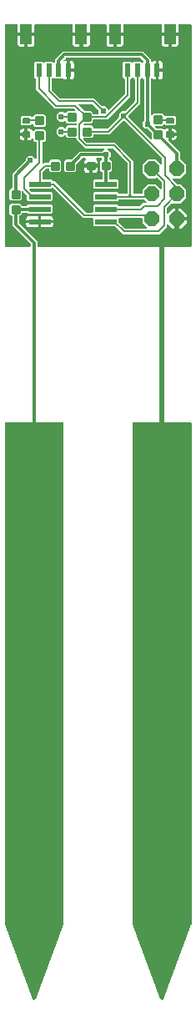
<source format=gbr>
G04 EAGLE Gerber RS-274X export*
G75*
%MOMM*%
%FSLAX34Y34*%
%LPD*%
%AMOC8*
5,1,8,0,0,1.08239X$1,22.5*%
G01*
%ADD10C,0.222250*%
%ADD11C,0.158750*%
%ADD12P,1.677704X8X292.500000*%
%ADD13R,0.600000X1.350000*%
%ADD14R,1.200000X2.000000*%
%ADD15R,2.209800X0.609600*%
%ADD16C,1.219200*%
%ADD17C,2.000000*%
%ADD18C,0.609600*%
%ADD19C,0.508000*%
%ADD20C,0.203200*%
%ADD21C,0.304800*%

G36*
X30911Y769127D02*
X30911Y769127D01*
X31013Y769135D01*
X31041Y769147D01*
X31072Y769152D01*
X31164Y769196D01*
X31260Y769234D01*
X31283Y769254D01*
X31311Y769267D01*
X31386Y769337D01*
X31466Y769402D01*
X31483Y769428D01*
X31505Y769449D01*
X31556Y769538D01*
X31613Y769623D01*
X31619Y769647D01*
X31637Y769679D01*
X31695Y769939D01*
X31692Y769977D01*
X31697Y770000D01*
X31697Y771520D01*
X31694Y771541D01*
X31696Y771562D01*
X31674Y771672D01*
X31657Y771783D01*
X31648Y771802D01*
X31644Y771822D01*
X31620Y771861D01*
X31542Y772022D01*
X31465Y772105D01*
X31437Y772148D01*
X12981Y790604D01*
X12981Y799806D01*
X12966Y799908D01*
X12958Y800010D01*
X12946Y800038D01*
X12941Y800069D01*
X12897Y800161D01*
X12859Y800257D01*
X12839Y800280D01*
X12826Y800308D01*
X12756Y800383D01*
X12691Y800463D01*
X12665Y800480D01*
X12644Y800502D01*
X12555Y800553D01*
X12470Y800610D01*
X12446Y800616D01*
X12414Y800634D01*
X12154Y800692D01*
X12116Y800689D01*
X12093Y800694D01*
X11753Y800694D01*
X10060Y802387D01*
X10060Y811449D01*
X11753Y813142D01*
X20815Y813142D01*
X22508Y811449D01*
X22508Y811299D01*
X22523Y811197D01*
X22531Y811095D01*
X22543Y811067D01*
X22548Y811036D01*
X22592Y810944D01*
X22630Y810848D01*
X22650Y810825D01*
X22663Y810797D01*
X22733Y810722D01*
X22798Y810642D01*
X22824Y810625D01*
X22845Y810603D01*
X22934Y810552D01*
X23019Y810495D01*
X23043Y810489D01*
X23075Y810471D01*
X23335Y810413D01*
X23373Y810416D01*
X23396Y810411D01*
X27006Y810411D01*
X27027Y810414D01*
X27048Y810412D01*
X27158Y810434D01*
X27269Y810451D01*
X27288Y810460D01*
X27309Y810464D01*
X27347Y810488D01*
X27508Y810566D01*
X27591Y810643D01*
X27634Y810671D01*
X28898Y811935D01*
X52470Y811935D01*
X53512Y810893D01*
X53512Y803323D01*
X52470Y802281D01*
X28898Y802281D01*
X27634Y803545D01*
X27617Y803558D01*
X27604Y803574D01*
X27511Y803636D01*
X27420Y803703D01*
X27401Y803710D01*
X27383Y803721D01*
X27339Y803731D01*
X27169Y803790D01*
X27057Y803794D01*
X27006Y803805D01*
X23396Y803805D01*
X23294Y803790D01*
X23192Y803782D01*
X23164Y803770D01*
X23133Y803765D01*
X23041Y803721D01*
X22945Y803683D01*
X22922Y803663D01*
X22894Y803650D01*
X22819Y803580D01*
X22739Y803515D01*
X22722Y803489D01*
X22700Y803468D01*
X22649Y803379D01*
X22592Y803294D01*
X22586Y803270D01*
X22568Y803238D01*
X22510Y802978D01*
X22513Y802940D01*
X22508Y802917D01*
X22508Y802387D01*
X20815Y800694D01*
X20475Y800694D01*
X20373Y800679D01*
X20271Y800671D01*
X20243Y800659D01*
X20212Y800654D01*
X20120Y800610D01*
X20024Y800572D01*
X20001Y800552D01*
X19973Y800539D01*
X19898Y800469D01*
X19818Y800404D01*
X19801Y800378D01*
X19779Y800357D01*
X19728Y800268D01*
X19671Y800183D01*
X19665Y800159D01*
X19647Y800127D01*
X19589Y799867D01*
X19592Y799829D01*
X19587Y799806D01*
X19587Y793708D01*
X19590Y793687D01*
X19588Y793666D01*
X19610Y793556D01*
X19627Y793445D01*
X19636Y793426D01*
X19640Y793406D01*
X19664Y793367D01*
X19742Y793206D01*
X19819Y793123D01*
X19847Y793080D01*
X38303Y774624D01*
X38303Y770000D01*
X38318Y769898D01*
X38326Y769796D01*
X38338Y769768D01*
X38343Y769737D01*
X38387Y769645D01*
X38425Y769549D01*
X38445Y769526D01*
X38458Y769498D01*
X38528Y769423D01*
X38593Y769343D01*
X38619Y769326D01*
X38640Y769304D01*
X38729Y769253D01*
X38814Y769196D01*
X38838Y769190D01*
X38870Y769172D01*
X39130Y769114D01*
X39168Y769117D01*
X39191Y769112D01*
X193904Y769112D01*
X194006Y769127D01*
X194108Y769135D01*
X194136Y769147D01*
X194167Y769152D01*
X194259Y769196D01*
X194355Y769234D01*
X194378Y769254D01*
X194406Y769267D01*
X194481Y769337D01*
X194561Y769402D01*
X194578Y769428D01*
X194600Y769449D01*
X194651Y769538D01*
X194708Y769623D01*
X194714Y769647D01*
X194732Y769679D01*
X194790Y769939D01*
X194787Y769977D01*
X194792Y770000D01*
X194792Y993904D01*
X194777Y994006D01*
X194769Y994108D01*
X194757Y994136D01*
X194752Y994167D01*
X194708Y994259D01*
X194670Y994355D01*
X194650Y994378D01*
X194637Y994406D01*
X194567Y994481D01*
X194502Y994561D01*
X194476Y994578D01*
X194455Y994600D01*
X194366Y994651D01*
X194281Y994708D01*
X194257Y994714D01*
X194225Y994732D01*
X193965Y994790D01*
X193927Y994787D01*
X193904Y994792D01*
X182429Y994792D01*
X182327Y994777D01*
X182225Y994769D01*
X182197Y994757D01*
X182166Y994752D01*
X182074Y994708D01*
X181978Y994670D01*
X181955Y994650D01*
X181927Y994637D01*
X181852Y994567D01*
X181772Y994502D01*
X181755Y994476D01*
X181733Y994455D01*
X181682Y994366D01*
X181625Y994281D01*
X181619Y994257D01*
X181601Y994225D01*
X181543Y993965D01*
X181546Y993927D01*
X181541Y993904D01*
X181541Y986527D01*
X173889Y986527D01*
X173788Y986512D01*
X173685Y986503D01*
X173657Y986492D01*
X173626Y986487D01*
X173534Y986443D01*
X173439Y986404D01*
X173415Y986385D01*
X173387Y986372D01*
X173312Y986302D01*
X173232Y986237D01*
X173215Y986211D01*
X173193Y986190D01*
X173142Y986101D01*
X173085Y986016D01*
X173080Y985992D01*
X173061Y985959D01*
X173003Y985700D01*
X173006Y985662D01*
X173001Y985639D01*
X173001Y984749D01*
X172999Y984749D01*
X172999Y985639D01*
X172984Y985740D01*
X172975Y985843D01*
X172964Y985871D01*
X172959Y985902D01*
X172915Y985994D01*
X172876Y986089D01*
X172857Y986113D01*
X172844Y986141D01*
X172774Y986216D01*
X172709Y986296D01*
X172683Y986313D01*
X172662Y986335D01*
X172573Y986386D01*
X172488Y986443D01*
X172464Y986448D01*
X172431Y986467D01*
X172172Y986525D01*
X172134Y986522D01*
X172111Y986527D01*
X164459Y986527D01*
X164459Y993904D01*
X164444Y994006D01*
X164436Y994108D01*
X164424Y994136D01*
X164419Y994167D01*
X164375Y994259D01*
X164337Y994355D01*
X164317Y994378D01*
X164304Y994406D01*
X164234Y994481D01*
X164169Y994561D01*
X164143Y994578D01*
X164122Y994600D01*
X164033Y994651D01*
X163948Y994708D01*
X163924Y994714D01*
X163892Y994732D01*
X163632Y994790D01*
X163594Y994787D01*
X163571Y994792D01*
X126429Y994792D01*
X126327Y994777D01*
X126225Y994769D01*
X126197Y994757D01*
X126166Y994752D01*
X126074Y994708D01*
X125978Y994670D01*
X125955Y994650D01*
X125927Y994637D01*
X125852Y994567D01*
X125772Y994502D01*
X125755Y994476D01*
X125733Y994455D01*
X125682Y994366D01*
X125625Y994281D01*
X125619Y994257D01*
X125601Y994225D01*
X125543Y993965D01*
X125546Y993927D01*
X125541Y993904D01*
X125541Y986527D01*
X117889Y986527D01*
X117788Y986512D01*
X117685Y986503D01*
X117657Y986492D01*
X117626Y986487D01*
X117534Y986443D01*
X117439Y986404D01*
X117415Y986385D01*
X117387Y986372D01*
X117312Y986302D01*
X117232Y986237D01*
X117215Y986211D01*
X117193Y986190D01*
X117142Y986101D01*
X117085Y986016D01*
X117080Y985992D01*
X117061Y985959D01*
X117003Y985700D01*
X117006Y985662D01*
X117001Y985639D01*
X117001Y984749D01*
X116999Y984749D01*
X116999Y985639D01*
X116984Y985740D01*
X116975Y985843D01*
X116964Y985871D01*
X116959Y985902D01*
X116915Y985994D01*
X116876Y986089D01*
X116857Y986113D01*
X116844Y986141D01*
X116774Y986216D01*
X116709Y986296D01*
X116683Y986313D01*
X116662Y986335D01*
X116573Y986386D01*
X116488Y986443D01*
X116464Y986448D01*
X116431Y986467D01*
X116172Y986525D01*
X116134Y986522D01*
X116111Y986527D01*
X108459Y986527D01*
X108459Y993904D01*
X108444Y994006D01*
X108436Y994108D01*
X108424Y994136D01*
X108419Y994167D01*
X108375Y994259D01*
X108337Y994355D01*
X108317Y994378D01*
X108304Y994406D01*
X108234Y994481D01*
X108169Y994561D01*
X108143Y994578D01*
X108122Y994600D01*
X108033Y994651D01*
X107948Y994708D01*
X107924Y994714D01*
X107892Y994732D01*
X107632Y994790D01*
X107594Y994787D01*
X107571Y994792D01*
X92429Y994792D01*
X92327Y994777D01*
X92225Y994769D01*
X92197Y994757D01*
X92166Y994752D01*
X92074Y994708D01*
X91978Y994670D01*
X91955Y994650D01*
X91927Y994637D01*
X91852Y994567D01*
X91772Y994502D01*
X91755Y994476D01*
X91733Y994455D01*
X91682Y994366D01*
X91625Y994281D01*
X91619Y994257D01*
X91601Y994225D01*
X91543Y993965D01*
X91546Y993927D01*
X91541Y993904D01*
X91541Y986527D01*
X83889Y986527D01*
X83788Y986512D01*
X83685Y986503D01*
X83657Y986492D01*
X83626Y986487D01*
X83534Y986443D01*
X83439Y986404D01*
X83415Y986385D01*
X83387Y986372D01*
X83312Y986302D01*
X83232Y986237D01*
X83215Y986211D01*
X83193Y986190D01*
X83142Y986101D01*
X83085Y986016D01*
X83080Y985992D01*
X83061Y985959D01*
X83003Y985700D01*
X83006Y985662D01*
X83001Y985639D01*
X83001Y984749D01*
X82999Y984749D01*
X82999Y985639D01*
X82984Y985740D01*
X82975Y985843D01*
X82964Y985871D01*
X82959Y985902D01*
X82915Y985994D01*
X82876Y986089D01*
X82857Y986113D01*
X82844Y986141D01*
X82774Y986216D01*
X82709Y986296D01*
X82683Y986313D01*
X82662Y986335D01*
X82573Y986386D01*
X82488Y986443D01*
X82464Y986448D01*
X82431Y986467D01*
X82172Y986525D01*
X82134Y986522D01*
X82111Y986527D01*
X74459Y986527D01*
X74459Y993904D01*
X74444Y994006D01*
X74436Y994108D01*
X74424Y994136D01*
X74419Y994167D01*
X74375Y994259D01*
X74337Y994355D01*
X74317Y994378D01*
X74304Y994406D01*
X74234Y994481D01*
X74169Y994561D01*
X74143Y994578D01*
X74122Y994600D01*
X74033Y994651D01*
X73948Y994708D01*
X73924Y994714D01*
X73892Y994732D01*
X73632Y994790D01*
X73594Y994787D01*
X73571Y994792D01*
X36429Y994792D01*
X36327Y994777D01*
X36225Y994769D01*
X36197Y994757D01*
X36166Y994752D01*
X36074Y994708D01*
X35978Y994670D01*
X35955Y994650D01*
X35927Y994637D01*
X35852Y994567D01*
X35772Y994502D01*
X35755Y994476D01*
X35733Y994455D01*
X35682Y994366D01*
X35625Y994281D01*
X35619Y994257D01*
X35601Y994225D01*
X35543Y993965D01*
X35546Y993927D01*
X35541Y993904D01*
X35541Y986527D01*
X27889Y986527D01*
X27788Y986512D01*
X27685Y986503D01*
X27657Y986492D01*
X27626Y986487D01*
X27534Y986443D01*
X27439Y986404D01*
X27415Y986385D01*
X27387Y986372D01*
X27312Y986302D01*
X27232Y986237D01*
X27215Y986211D01*
X27193Y986190D01*
X27142Y986101D01*
X27085Y986016D01*
X27080Y985992D01*
X27061Y985959D01*
X27003Y985700D01*
X27006Y985662D01*
X27001Y985639D01*
X27001Y984749D01*
X26999Y984749D01*
X26999Y985639D01*
X26984Y985740D01*
X26975Y985843D01*
X26964Y985871D01*
X26959Y985902D01*
X26915Y985994D01*
X26876Y986089D01*
X26857Y986113D01*
X26844Y986141D01*
X26774Y986216D01*
X26709Y986296D01*
X26683Y986313D01*
X26662Y986335D01*
X26573Y986386D01*
X26488Y986443D01*
X26464Y986448D01*
X26431Y986467D01*
X26172Y986525D01*
X26134Y986522D01*
X26111Y986527D01*
X18459Y986527D01*
X18459Y993904D01*
X18444Y994006D01*
X18436Y994108D01*
X18424Y994136D01*
X18419Y994167D01*
X18375Y994259D01*
X18337Y994355D01*
X18317Y994378D01*
X18304Y994406D01*
X18234Y994481D01*
X18169Y994561D01*
X18143Y994578D01*
X18122Y994600D01*
X18033Y994651D01*
X17948Y994708D01*
X17924Y994714D01*
X17892Y994732D01*
X17632Y994790D01*
X17594Y994787D01*
X17571Y994792D01*
X6096Y994792D01*
X5994Y994777D01*
X5892Y994769D01*
X5864Y994757D01*
X5833Y994752D01*
X5741Y994708D01*
X5645Y994670D01*
X5622Y994650D01*
X5594Y994637D01*
X5519Y994567D01*
X5439Y994502D01*
X5422Y994476D01*
X5400Y994455D01*
X5349Y994366D01*
X5292Y994281D01*
X5286Y994257D01*
X5268Y994225D01*
X5210Y993965D01*
X5213Y993927D01*
X5208Y993904D01*
X5208Y770000D01*
X5223Y769898D01*
X5231Y769796D01*
X5243Y769768D01*
X5248Y769737D01*
X5292Y769645D01*
X5330Y769549D01*
X5350Y769526D01*
X5363Y769498D01*
X5433Y769423D01*
X5498Y769343D01*
X5524Y769326D01*
X5545Y769304D01*
X5634Y769253D01*
X5719Y769196D01*
X5743Y769190D01*
X5775Y769172D01*
X6035Y769114D01*
X6073Y769117D01*
X6096Y769112D01*
X30809Y769112D01*
X30911Y769127D01*
G37*
G36*
X165852Y5219D02*
X165852Y5219D01*
X165929Y5221D01*
X165982Y5239D01*
X166038Y5248D01*
X166108Y5281D01*
X166181Y5305D01*
X166227Y5339D01*
X166278Y5363D01*
X166334Y5416D01*
X166396Y5461D01*
X166419Y5495D01*
X166472Y5545D01*
X166604Y5775D01*
X166605Y5781D01*
X166607Y5784D01*
X194736Y80794D01*
X194791Y81054D01*
X194788Y81085D01*
X194792Y81105D01*
X194792Y590000D01*
X194777Y590102D01*
X194769Y590204D01*
X194757Y590232D01*
X194752Y590263D01*
X194708Y590355D01*
X194670Y590451D01*
X194650Y590474D01*
X194637Y590502D01*
X194567Y590577D01*
X194502Y590657D01*
X194476Y590674D01*
X194455Y590696D01*
X194366Y590747D01*
X194281Y590804D01*
X194257Y590810D01*
X194225Y590828D01*
X193965Y590886D01*
X193927Y590883D01*
X193904Y590888D01*
X136096Y590888D01*
X135994Y590873D01*
X135892Y590865D01*
X135864Y590853D01*
X135833Y590848D01*
X135741Y590804D01*
X135645Y590766D01*
X135622Y590746D01*
X135594Y590733D01*
X135519Y590663D01*
X135439Y590598D01*
X135422Y590572D01*
X135400Y590551D01*
X135349Y590462D01*
X135292Y590377D01*
X135286Y590353D01*
X135268Y590321D01*
X135210Y590061D01*
X135213Y590023D01*
X135208Y590000D01*
X135208Y81105D01*
X135248Y80843D01*
X135261Y80814D01*
X135264Y80794D01*
X163393Y5784D01*
X163430Y5717D01*
X163459Y5645D01*
X163495Y5601D01*
X163522Y5552D01*
X163578Y5499D01*
X163627Y5439D01*
X163674Y5408D01*
X163715Y5369D01*
X163784Y5334D01*
X163848Y5292D01*
X163888Y5283D01*
X163953Y5250D01*
X164215Y5208D01*
X164221Y5209D01*
X164225Y5208D01*
X165775Y5208D01*
X165852Y5219D01*
G37*
G36*
X35852Y5219D02*
X35852Y5219D01*
X35929Y5221D01*
X35982Y5239D01*
X36038Y5248D01*
X36108Y5281D01*
X36181Y5305D01*
X36227Y5339D01*
X36278Y5363D01*
X36334Y5416D01*
X36396Y5461D01*
X36419Y5495D01*
X36472Y5545D01*
X36604Y5775D01*
X36605Y5781D01*
X36607Y5784D01*
X64736Y80794D01*
X64791Y81054D01*
X64788Y81085D01*
X64792Y81105D01*
X64792Y590000D01*
X64777Y590102D01*
X64769Y590204D01*
X64757Y590232D01*
X64752Y590263D01*
X64708Y590355D01*
X64670Y590451D01*
X64650Y590474D01*
X64637Y590502D01*
X64567Y590577D01*
X64502Y590657D01*
X64476Y590674D01*
X64455Y590696D01*
X64366Y590747D01*
X64281Y590804D01*
X64257Y590810D01*
X64225Y590828D01*
X63965Y590886D01*
X63927Y590883D01*
X63904Y590888D01*
X6096Y590888D01*
X5994Y590873D01*
X5892Y590865D01*
X5864Y590853D01*
X5833Y590848D01*
X5741Y590804D01*
X5645Y590766D01*
X5622Y590746D01*
X5594Y590733D01*
X5519Y590663D01*
X5439Y590598D01*
X5422Y590572D01*
X5400Y590551D01*
X5349Y590462D01*
X5292Y590377D01*
X5286Y590353D01*
X5268Y590321D01*
X5210Y590061D01*
X5213Y590023D01*
X5208Y590000D01*
X5208Y81105D01*
X5248Y80843D01*
X5261Y80814D01*
X5264Y80794D01*
X33393Y5784D01*
X33430Y5717D01*
X33459Y5645D01*
X33495Y5601D01*
X33522Y5552D01*
X33578Y5499D01*
X33627Y5439D01*
X33674Y5408D01*
X33715Y5369D01*
X33784Y5334D01*
X33848Y5292D01*
X33888Y5283D01*
X33953Y5250D01*
X34215Y5208D01*
X34221Y5209D01*
X34225Y5208D01*
X35775Y5208D01*
X35852Y5219D01*
G37*
%LPC*%
G36*
X125334Y781811D02*
X125334Y781811D01*
X117825Y789321D01*
X117808Y789334D01*
X117794Y789350D01*
X117701Y789412D01*
X117611Y789479D01*
X117591Y789486D01*
X117573Y789497D01*
X117529Y789507D01*
X117360Y789566D01*
X117247Y789570D01*
X117196Y789581D01*
X96208Y789581D01*
X95166Y790623D01*
X95166Y797179D01*
X95151Y797281D01*
X95143Y797383D01*
X95131Y797411D01*
X95126Y797442D01*
X95082Y797534D01*
X95044Y797630D01*
X95024Y797653D01*
X95011Y797681D01*
X94941Y797756D01*
X94876Y797836D01*
X94850Y797853D01*
X94829Y797875D01*
X94740Y797926D01*
X94655Y797983D01*
X94631Y797989D01*
X94599Y798007D01*
X94339Y798065D01*
X94301Y798062D01*
X94278Y798067D01*
X85202Y798067D01*
X54657Y828613D01*
X54575Y828673D01*
X54496Y828740D01*
X54468Y828752D01*
X54443Y828770D01*
X54346Y828804D01*
X54252Y828844D01*
X54221Y828847D01*
X54192Y828858D01*
X54090Y828861D01*
X53987Y828872D01*
X53957Y828866D01*
X53926Y828867D01*
X53828Y828840D01*
X53727Y828820D01*
X53707Y828807D01*
X53670Y828797D01*
X53446Y828654D01*
X53421Y828625D01*
X53401Y828613D01*
X52470Y827681D01*
X31347Y827681D01*
X31296Y827674D01*
X31245Y827675D01*
X31166Y827654D01*
X31085Y827641D01*
X31038Y827619D01*
X30988Y827605D01*
X30919Y827561D01*
X30845Y827526D01*
X30808Y827491D01*
X30764Y827463D01*
X30711Y827400D01*
X30651Y827344D01*
X30625Y827300D01*
X30592Y827260D01*
X30560Y827185D01*
X30519Y827114D01*
X30508Y827063D01*
X30488Y827016D01*
X30479Y826934D01*
X30461Y826854D01*
X30466Y826803D01*
X30460Y826751D01*
X30476Y826671D01*
X30483Y826589D01*
X30502Y826541D01*
X30512Y826491D01*
X30540Y826447D01*
X30582Y826342D01*
X30695Y826203D01*
X30719Y826165D01*
X31989Y824895D01*
X32006Y824882D01*
X32020Y824866D01*
X32113Y824804D01*
X32203Y824737D01*
X32223Y824730D01*
X32241Y824719D01*
X32285Y824709D01*
X32455Y824650D01*
X32567Y824646D01*
X32618Y824635D01*
X52470Y824635D01*
X53512Y823593D01*
X53512Y816023D01*
X52470Y814981D01*
X28898Y814981D01*
X27856Y816023D01*
X27856Y820755D01*
X27853Y820776D01*
X27855Y820797D01*
X27833Y820907D01*
X27816Y821018D01*
X27807Y821037D01*
X27803Y821058D01*
X27779Y821096D01*
X27701Y821258D01*
X27624Y821340D01*
X27596Y821384D01*
X24024Y824956D01*
X23983Y824986D01*
X23947Y825024D01*
X23876Y825065D01*
X23810Y825113D01*
X23761Y825130D01*
X23717Y825156D01*
X23637Y825174D01*
X23559Y825201D01*
X23507Y825202D01*
X23457Y825214D01*
X23375Y825207D01*
X23293Y825210D01*
X23244Y825196D01*
X23192Y825192D01*
X23116Y825162D01*
X23037Y825140D01*
X22993Y825112D01*
X22945Y825093D01*
X22882Y825041D01*
X22813Y824997D01*
X22779Y824958D01*
X22739Y824925D01*
X22694Y824857D01*
X22641Y824795D01*
X22620Y824747D01*
X22592Y824704D01*
X22580Y824654D01*
X22536Y824550D01*
X22518Y824372D01*
X22508Y824328D01*
X22508Y817627D01*
X20815Y815934D01*
X11753Y815934D01*
X10060Y817627D01*
X10060Y826689D01*
X11753Y828382D01*
X12093Y828382D01*
X12195Y828397D01*
X12297Y828405D01*
X12325Y828417D01*
X12356Y828422D01*
X12448Y828466D01*
X12544Y828504D01*
X12567Y828524D01*
X12595Y828537D01*
X12670Y828607D01*
X12750Y828672D01*
X12767Y828698D01*
X12789Y828719D01*
X12840Y828808D01*
X12897Y828893D01*
X12903Y828917D01*
X12921Y828949D01*
X12979Y829209D01*
X12976Y829247D01*
X12981Y829270D01*
X12981Y842898D01*
X26155Y856072D01*
X26168Y856089D01*
X26184Y856102D01*
X26246Y856196D01*
X26313Y856286D01*
X26320Y856306D01*
X26331Y856323D01*
X26341Y856368D01*
X26400Y856537D01*
X26404Y856650D01*
X26415Y856700D01*
X26415Y858487D01*
X29243Y861315D01*
X33241Y861315D01*
X36119Y858437D01*
X36160Y858406D01*
X36196Y858369D01*
X36267Y858328D01*
X36333Y858279D01*
X36382Y858262D01*
X36426Y858237D01*
X36506Y858219D01*
X36584Y858192D01*
X36636Y858190D01*
X36686Y858179D01*
X36768Y858186D01*
X36850Y858183D01*
X36899Y858196D01*
X36951Y858201D01*
X37027Y858231D01*
X37106Y858253D01*
X37150Y858280D01*
X37198Y858300D01*
X37261Y858351D01*
X37330Y858395D01*
X37364Y858435D01*
X37404Y858467D01*
X37449Y858536D01*
X37502Y858598D01*
X37523Y858645D01*
X37551Y858688D01*
X37563Y858739D01*
X37607Y858842D01*
X37625Y859021D01*
X37635Y859065D01*
X37635Y874830D01*
X37620Y874932D01*
X37612Y875034D01*
X37600Y875062D01*
X37595Y875093D01*
X37551Y875185D01*
X37513Y875281D01*
X37493Y875304D01*
X37480Y875332D01*
X37410Y875407D01*
X37345Y875487D01*
X37319Y875504D01*
X37298Y875526D01*
X37209Y875577D01*
X37124Y875634D01*
X37100Y875640D01*
X37068Y875658D01*
X36808Y875716D01*
X36770Y875713D01*
X36747Y875718D01*
X35899Y875718D01*
X34206Y877411D01*
X34206Y877773D01*
X34199Y877824D01*
X34200Y877876D01*
X34179Y877955D01*
X34166Y878036D01*
X34144Y878082D01*
X34130Y878132D01*
X34086Y878201D01*
X34051Y878275D01*
X34015Y878313D01*
X33988Y878357D01*
X33925Y878410D01*
X33869Y878470D01*
X33824Y878495D01*
X33785Y878529D01*
X33710Y878561D01*
X33639Y878602D01*
X33588Y878613D01*
X33541Y878633D01*
X33459Y878642D01*
X33379Y878659D01*
X33328Y878655D01*
X33276Y878660D01*
X33196Y878644D01*
X33114Y878638D01*
X33066Y878618D01*
X33016Y878608D01*
X32972Y878581D01*
X32867Y878539D01*
X32728Y878426D01*
X32690Y878401D01*
X32254Y877965D01*
X31494Y877527D01*
X30646Y877299D01*
X28587Y877299D01*
X28587Y882316D01*
X28571Y882418D01*
X28563Y882520D01*
X28552Y882549D01*
X28547Y882579D01*
X28502Y882671D01*
X28464Y882767D01*
X28445Y882791D01*
X28431Y882818D01*
X28361Y882893D01*
X28296Y882973D01*
X28271Y882990D01*
X28250Y883013D01*
X28240Y883018D01*
X28276Y883051D01*
X28355Y883116D01*
X28372Y883141D01*
X28395Y883162D01*
X28446Y883251D01*
X28503Y883337D01*
X28508Y883360D01*
X28527Y883393D01*
X28585Y883653D01*
X28582Y883690D01*
X28587Y883714D01*
X28587Y888731D01*
X30646Y888731D01*
X31494Y888503D01*
X32254Y888065D01*
X32875Y887444D01*
X33139Y886987D01*
X33192Y886920D01*
X33238Y886847D01*
X33275Y886816D01*
X33305Y886779D01*
X33376Y886731D01*
X33441Y886675D01*
X33485Y886657D01*
X33525Y886630D01*
X33607Y886605D01*
X33685Y886571D01*
X33733Y886566D01*
X33779Y886552D01*
X33864Y886552D01*
X33950Y886544D01*
X33997Y886553D01*
X34045Y886553D01*
X34126Y886579D01*
X34210Y886596D01*
X34240Y886615D01*
X34298Y886633D01*
X34517Y886784D01*
X34527Y886797D01*
X34536Y886803D01*
X35899Y888166D01*
X44961Y888166D01*
X46654Y886473D01*
X46654Y877411D01*
X44961Y875718D01*
X44113Y875718D01*
X44011Y875703D01*
X43909Y875695D01*
X43881Y875683D01*
X43850Y875678D01*
X43758Y875634D01*
X43662Y875596D01*
X43639Y875576D01*
X43611Y875563D01*
X43536Y875493D01*
X43456Y875428D01*
X43439Y875402D01*
X43417Y875381D01*
X43366Y875292D01*
X43309Y875207D01*
X43303Y875183D01*
X43285Y875151D01*
X43227Y874891D01*
X43228Y874879D01*
X43227Y874875D01*
X43229Y874849D01*
X43225Y874830D01*
X43225Y854247D01*
X43232Y854196D01*
X43231Y854145D01*
X43252Y854066D01*
X43265Y853985D01*
X43287Y853938D01*
X43301Y853888D01*
X43345Y853819D01*
X43380Y853745D01*
X43416Y853708D01*
X43443Y853664D01*
X43506Y853611D01*
X43562Y853551D01*
X43607Y853525D01*
X43646Y853492D01*
X43721Y853460D01*
X43792Y853419D01*
X43843Y853408D01*
X43890Y853388D01*
X43972Y853379D01*
X44052Y853361D01*
X44103Y853366D01*
X44155Y853360D01*
X44235Y853376D01*
X44317Y853383D01*
X44365Y853402D01*
X44415Y853412D01*
X44459Y853440D01*
X44564Y853482D01*
X44703Y853595D01*
X44741Y853619D01*
X45070Y853949D01*
X49276Y853949D01*
X49378Y853964D01*
X49480Y853972D01*
X49508Y853984D01*
X49539Y853989D01*
X49631Y854033D01*
X49727Y854071D01*
X49750Y854091D01*
X49778Y854104D01*
X49853Y854174D01*
X49933Y854239D01*
X49950Y854265D01*
X49972Y854286D01*
X50023Y854375D01*
X50080Y854460D01*
X50086Y854484D01*
X50104Y854516D01*
X50162Y854776D01*
X50159Y854814D01*
X50164Y854837D01*
X50164Y855685D01*
X51857Y857378D01*
X60919Y857378D01*
X62612Y855685D01*
X62612Y846623D01*
X60919Y844930D01*
X51857Y844930D01*
X50164Y846623D01*
X50164Y847471D01*
X50149Y847573D01*
X50141Y847675D01*
X50129Y847703D01*
X50124Y847734D01*
X50080Y847826D01*
X50042Y847922D01*
X50022Y847945D01*
X50009Y847973D01*
X49939Y848048D01*
X49874Y848128D01*
X49848Y848145D01*
X49827Y848167D01*
X49738Y848218D01*
X49653Y848275D01*
X49629Y848281D01*
X49597Y848299D01*
X49337Y848357D01*
X49299Y848354D01*
X49276Y848359D01*
X47754Y848359D01*
X47733Y848356D01*
X47712Y848358D01*
X47602Y848336D01*
X47491Y848319D01*
X47472Y848310D01*
X47451Y848306D01*
X47413Y848282D01*
X47251Y848204D01*
X47169Y848127D01*
X47125Y848099D01*
X43739Y844713D01*
X43726Y844696D01*
X43710Y844682D01*
X43648Y844589D01*
X43581Y844499D01*
X43574Y844479D01*
X43563Y844461D01*
X43553Y844417D01*
X43494Y844248D01*
X43490Y844135D01*
X43479Y844084D01*
X43479Y838223D01*
X43494Y838121D01*
X43502Y838019D01*
X43514Y837991D01*
X43519Y837960D01*
X43563Y837868D01*
X43601Y837772D01*
X43621Y837749D01*
X43634Y837721D01*
X43704Y837646D01*
X43769Y837566D01*
X43795Y837549D01*
X43816Y837527D01*
X43905Y837476D01*
X43990Y837419D01*
X44014Y837413D01*
X44046Y837395D01*
X44306Y837337D01*
X44344Y837340D01*
X44367Y837335D01*
X52470Y837335D01*
X53512Y836293D01*
X53512Y836191D01*
X53527Y836089D01*
X53535Y835987D01*
X53547Y835959D01*
X53552Y835928D01*
X53596Y835836D01*
X53634Y835740D01*
X53654Y835717D01*
X53667Y835689D01*
X53737Y835614D01*
X53802Y835534D01*
X53828Y835517D01*
X53849Y835495D01*
X53938Y835444D01*
X54023Y835387D01*
X54047Y835381D01*
X54079Y835363D01*
X54339Y835305D01*
X54377Y835308D01*
X54400Y835303D01*
X55872Y835303D01*
X87257Y803917D01*
X87274Y803904D01*
X87288Y803888D01*
X87381Y803826D01*
X87471Y803759D01*
X87491Y803752D01*
X87509Y803741D01*
X87553Y803731D01*
X87722Y803672D01*
X87835Y803668D01*
X87886Y803657D01*
X94278Y803657D01*
X94380Y803672D01*
X94482Y803680D01*
X94510Y803692D01*
X94541Y803697D01*
X94633Y803741D01*
X94729Y803779D01*
X94752Y803799D01*
X94780Y803812D01*
X94855Y803882D01*
X94935Y803947D01*
X94952Y803973D01*
X94974Y803994D01*
X95025Y804083D01*
X95082Y804168D01*
X95088Y804192D01*
X95106Y804224D01*
X95164Y804484D01*
X95161Y804522D01*
X95166Y804545D01*
X95166Y810893D01*
X96208Y811935D01*
X119780Y811935D01*
X120822Y810893D01*
X120822Y810791D01*
X120837Y810689D01*
X120845Y810587D01*
X120857Y810559D01*
X120862Y810528D01*
X120906Y810436D01*
X120944Y810340D01*
X120964Y810317D01*
X120977Y810289D01*
X121047Y810214D01*
X121112Y810134D01*
X121138Y810117D01*
X121159Y810095D01*
X121248Y810044D01*
X121333Y809987D01*
X121357Y809981D01*
X121389Y809963D01*
X121649Y809905D01*
X121687Y809908D01*
X121710Y809903D01*
X141626Y809903D01*
X141647Y809906D01*
X141668Y809904D01*
X141778Y809926D01*
X141889Y809943D01*
X141908Y809952D01*
X141929Y809956D01*
X141967Y809980D01*
X142129Y810058D01*
X142211Y810135D01*
X142255Y810163D01*
X145400Y813309D01*
X148315Y813309D01*
X148366Y813316D01*
X148418Y813315D01*
X148497Y813336D01*
X148578Y813349D01*
X148624Y813371D01*
X148674Y813385D01*
X148744Y813429D01*
X148817Y813464D01*
X148855Y813499D01*
X148899Y813527D01*
X148952Y813590D01*
X149012Y813646D01*
X149037Y813690D01*
X149071Y813730D01*
X149103Y813805D01*
X149144Y813876D01*
X149155Y813927D01*
X149175Y813974D01*
X149184Y814056D01*
X149201Y814136D01*
X149197Y814187D01*
X149202Y814239D01*
X149186Y814319D01*
X149180Y814401D01*
X149161Y814449D01*
X149150Y814499D01*
X149123Y814543D01*
X149081Y814648D01*
X148968Y814787D01*
X148943Y814825D01*
X147015Y816753D01*
X146998Y816766D01*
X146985Y816782D01*
X146892Y816844D01*
X146801Y816911D01*
X146781Y816918D01*
X146764Y816929D01*
X146719Y816939D01*
X146550Y816998D01*
X146438Y817002D01*
X146387Y817013D01*
X121710Y817013D01*
X121608Y816998D01*
X121506Y816990D01*
X121478Y816978D01*
X121447Y816973D01*
X121355Y816929D01*
X121259Y816891D01*
X121236Y816871D01*
X121208Y816858D01*
X121133Y816788D01*
X121053Y816723D01*
X121036Y816697D01*
X121014Y816676D01*
X120963Y816587D01*
X120906Y816502D01*
X120900Y816478D01*
X120882Y816446D01*
X120824Y816186D01*
X120827Y816148D01*
X120822Y816125D01*
X120822Y816023D01*
X119780Y814981D01*
X96208Y814981D01*
X95166Y816023D01*
X95166Y823593D01*
X96208Y824635D01*
X119780Y824635D01*
X120822Y823593D01*
X120822Y823491D01*
X120837Y823389D01*
X120845Y823287D01*
X120857Y823259D01*
X120862Y823228D01*
X120906Y823136D01*
X120944Y823040D01*
X120964Y823017D01*
X120977Y822989D01*
X121047Y822914D01*
X121112Y822834D01*
X121138Y822817D01*
X121159Y822795D01*
X121248Y822744D01*
X121333Y822687D01*
X121357Y822681D01*
X121389Y822663D01*
X121649Y822605D01*
X121687Y822608D01*
X121710Y822603D01*
X129212Y822603D01*
X129314Y822618D01*
X129416Y822626D01*
X129444Y822638D01*
X129475Y822643D01*
X129567Y822687D01*
X129663Y822725D01*
X129686Y822745D01*
X129714Y822758D01*
X129789Y822828D01*
X129869Y822893D01*
X129886Y822919D01*
X129908Y822940D01*
X129959Y823029D01*
X130016Y823114D01*
X130022Y823138D01*
X130040Y823170D01*
X130098Y823430D01*
X130095Y823468D01*
X130100Y823491D01*
X130100Y853639D01*
X130097Y853660D01*
X130099Y853681D01*
X130077Y853791D01*
X130060Y853902D01*
X130051Y853921D01*
X130047Y853942D01*
X130023Y853980D01*
X129945Y854142D01*
X129868Y854224D01*
X129840Y854268D01*
X115562Y868546D01*
X115545Y868559D01*
X115531Y868575D01*
X115438Y868637D01*
X115348Y868704D01*
X115328Y868711D01*
X115310Y868722D01*
X115266Y868732D01*
X115097Y868791D01*
X114984Y868795D01*
X114933Y868806D01*
X110444Y868806D01*
X110393Y868799D01*
X110342Y868800D01*
X110262Y868779D01*
X110181Y868766D01*
X110135Y868744D01*
X110085Y868730D01*
X110016Y868686D01*
X109942Y868651D01*
X109904Y868616D01*
X109861Y868588D01*
X109808Y868525D01*
X109748Y868469D01*
X109722Y868425D01*
X109689Y868385D01*
X109656Y868310D01*
X109616Y868239D01*
X109605Y868188D01*
X109584Y868141D01*
X109576Y868059D01*
X109558Y867979D01*
X109562Y867928D01*
X109557Y867876D01*
X109573Y867796D01*
X109580Y867714D01*
X109599Y867666D01*
X109609Y867616D01*
X109637Y867572D01*
X109679Y867467D01*
X109792Y867328D01*
X109816Y867290D01*
X112777Y864329D01*
X112777Y860331D01*
X111603Y859157D01*
X111590Y859140D01*
X111574Y859127D01*
X111512Y859033D01*
X111445Y858943D01*
X111438Y858923D01*
X111427Y858906D01*
X111417Y858861D01*
X111358Y858692D01*
X111354Y858579D01*
X111343Y858529D01*
X111343Y858322D01*
X111358Y858220D01*
X111366Y858118D01*
X111378Y858090D01*
X111383Y858059D01*
X111427Y857967D01*
X111465Y857871D01*
X111485Y857848D01*
X111498Y857820D01*
X111568Y857745D01*
X111633Y857665D01*
X111659Y857648D01*
X111680Y857626D01*
X111769Y857575D01*
X111854Y857518D01*
X111878Y857512D01*
X111910Y857494D01*
X112170Y857436D01*
X112208Y857439D01*
X112231Y857434D01*
X112571Y857434D01*
X114264Y855741D01*
X114264Y846679D01*
X112571Y844986D01*
X112231Y844986D01*
X112129Y844971D01*
X112027Y844963D01*
X111999Y844951D01*
X111968Y844946D01*
X111876Y844902D01*
X111780Y844864D01*
X111757Y844844D01*
X111729Y844831D01*
X111654Y844761D01*
X111574Y844696D01*
X111557Y844670D01*
X111535Y844649D01*
X111484Y844560D01*
X111427Y844475D01*
X111421Y844451D01*
X111403Y844419D01*
X111345Y844159D01*
X111348Y844121D01*
X111343Y844098D01*
X111343Y838223D01*
X111358Y838121D01*
X111366Y838019D01*
X111378Y837991D01*
X111383Y837960D01*
X111427Y837868D01*
X111465Y837772D01*
X111485Y837749D01*
X111498Y837721D01*
X111568Y837646D01*
X111633Y837566D01*
X111659Y837549D01*
X111680Y837527D01*
X111769Y837476D01*
X111854Y837419D01*
X111878Y837413D01*
X111910Y837395D01*
X112170Y837337D01*
X112208Y837340D01*
X112231Y837335D01*
X119780Y837335D01*
X120822Y836293D01*
X120822Y828723D01*
X119780Y827681D01*
X96208Y827681D01*
X95166Y828723D01*
X95166Y836293D01*
X96208Y837335D01*
X103849Y837335D01*
X103951Y837350D01*
X104053Y837358D01*
X104081Y837370D01*
X104112Y837375D01*
X104204Y837419D01*
X104300Y837457D01*
X104323Y837477D01*
X104351Y837490D01*
X104426Y837560D01*
X104506Y837625D01*
X104523Y837651D01*
X104545Y837672D01*
X104596Y837761D01*
X104653Y837846D01*
X104659Y837870D01*
X104677Y837902D01*
X104735Y838162D01*
X104732Y838200D01*
X104737Y838223D01*
X104737Y844098D01*
X104722Y844200D01*
X104714Y844302D01*
X104702Y844330D01*
X104697Y844361D01*
X104653Y844453D01*
X104615Y844549D01*
X104595Y844572D01*
X104582Y844600D01*
X104512Y844675D01*
X104447Y844755D01*
X104421Y844772D01*
X104400Y844794D01*
X104311Y844845D01*
X104226Y844902D01*
X104202Y844908D01*
X104170Y844926D01*
X103910Y844984D01*
X103872Y844981D01*
X103849Y844986D01*
X103509Y844986D01*
X101816Y846679D01*
X101816Y855741D01*
X103586Y857511D01*
X103617Y857552D01*
X103655Y857588D01*
X103695Y857659D01*
X103744Y857725D01*
X103761Y857774D01*
X103787Y857818D01*
X103804Y857898D01*
X103831Y857976D01*
X103833Y858028D01*
X103844Y858078D01*
X103838Y858160D01*
X103841Y858242D01*
X103827Y858291D01*
X103823Y858343D01*
X103792Y858419D01*
X103771Y858498D01*
X103743Y858542D01*
X103724Y858590D01*
X103672Y858653D01*
X103628Y858722D01*
X103589Y858756D01*
X103556Y858796D01*
X103488Y858841D01*
X103425Y858894D01*
X103378Y858915D01*
X103335Y858943D01*
X103285Y858955D01*
X103181Y858999D01*
X103003Y859017D01*
X102958Y859027D01*
X98959Y859027D01*
X98908Y859020D01*
X98857Y859021D01*
X98777Y859000D01*
X98697Y858987D01*
X98650Y858965D01*
X98600Y858951D01*
X98531Y858907D01*
X98457Y858872D01*
X98419Y858836D01*
X98376Y858809D01*
X98323Y858746D01*
X98263Y858690D01*
X98237Y858646D01*
X98204Y858606D01*
X98172Y858531D01*
X98131Y858460D01*
X98120Y858409D01*
X98099Y858362D01*
X98091Y858280D01*
X98073Y858200D01*
X98077Y858149D01*
X98072Y858097D01*
X98088Y858017D01*
X98095Y857935D01*
X98114Y857887D01*
X98124Y857837D01*
X98152Y857793D01*
X98194Y857688D01*
X98307Y857549D01*
X98331Y857511D01*
X99056Y856786D01*
X99537Y855953D01*
X99786Y855025D01*
X99786Y852987D01*
X93689Y852987D01*
X93588Y852972D01*
X93485Y852963D01*
X93457Y852952D01*
X93426Y852947D01*
X93334Y852903D01*
X93239Y852864D01*
X93215Y852845D01*
X93187Y852832D01*
X93112Y852762D01*
X93032Y852697D01*
X93015Y852671D01*
X92993Y852650D01*
X92942Y852561D01*
X92885Y852476D01*
X92880Y852452D01*
X92861Y852419D01*
X92803Y852160D01*
X92806Y852122D01*
X92801Y852099D01*
X92801Y851209D01*
X92799Y851209D01*
X92799Y852099D01*
X92784Y852200D01*
X92775Y852303D01*
X92764Y852331D01*
X92759Y852362D01*
X92715Y852454D01*
X92676Y852549D01*
X92657Y852573D01*
X92644Y852601D01*
X92574Y852676D01*
X92509Y852756D01*
X92483Y852773D01*
X92462Y852795D01*
X92373Y852846D01*
X92288Y852903D01*
X92264Y852908D01*
X92231Y852927D01*
X91972Y852985D01*
X91934Y852982D01*
X91911Y852987D01*
X85814Y852987D01*
X85814Y855025D01*
X86063Y855953D01*
X86544Y856786D01*
X87269Y857511D01*
X87299Y857552D01*
X87337Y857588D01*
X87378Y857659D01*
X87426Y857725D01*
X87443Y857774D01*
X87469Y857818D01*
X87487Y857898D01*
X87514Y857976D01*
X87516Y858028D01*
X87527Y858078D01*
X87520Y858160D01*
X87523Y858242D01*
X87509Y858291D01*
X87505Y858343D01*
X87475Y858419D01*
X87453Y858498D01*
X87425Y858542D01*
X87406Y858590D01*
X87354Y858653D01*
X87310Y858722D01*
X87271Y858756D01*
X87239Y858796D01*
X87170Y858841D01*
X87108Y858894D01*
X87060Y858915D01*
X87017Y858943D01*
X86967Y858955D01*
X86863Y858999D01*
X86685Y859017D01*
X86641Y859027D01*
X84540Y859027D01*
X84519Y859024D01*
X84498Y859026D01*
X84388Y859004D01*
X84277Y858987D01*
X84258Y858978D01*
X84238Y858974D01*
X84199Y858950D01*
X84038Y858872D01*
X83955Y858795D01*
X83912Y858767D01*
X78112Y852967D01*
X78099Y852950D01*
X78083Y852937D01*
X78021Y852843D01*
X77954Y852753D01*
X77947Y852733D01*
X77936Y852716D01*
X77926Y852671D01*
X77867Y852502D01*
X77863Y852389D01*
X77852Y852339D01*
X77852Y846623D01*
X76159Y844930D01*
X67097Y844930D01*
X65404Y846623D01*
X65404Y855685D01*
X67097Y857378D01*
X72813Y857378D01*
X72834Y857381D01*
X72855Y857379D01*
X72965Y857401D01*
X73076Y857418D01*
X73095Y857427D01*
X73115Y857431D01*
X73154Y857455D01*
X73315Y857533D01*
X73398Y857610D01*
X73441Y857638D01*
X81436Y865633D01*
X104059Y865633D01*
X104080Y865636D01*
X104100Y865634D01*
X104211Y865656D01*
X104322Y865673D01*
X104340Y865682D01*
X104361Y865686D01*
X104400Y865710D01*
X104561Y865788D01*
X104643Y865865D01*
X104687Y865893D01*
X106084Y867290D01*
X106115Y867331D01*
X106152Y867367D01*
X106193Y867438D01*
X106242Y867504D01*
X106259Y867553D01*
X106284Y867597D01*
X106302Y867677D01*
X106329Y867755D01*
X106331Y867807D01*
X106342Y867857D01*
X106335Y867939D01*
X106338Y868021D01*
X106325Y868070D01*
X106320Y868122D01*
X106290Y868198D01*
X106268Y868277D01*
X106241Y868321D01*
X106221Y868369D01*
X106170Y868432D01*
X106126Y868501D01*
X106086Y868535D01*
X106054Y868575D01*
X105985Y868620D01*
X105923Y868673D01*
X105876Y868694D01*
X105833Y868722D01*
X105782Y868734D01*
X105679Y868778D01*
X105500Y868796D01*
X105456Y868806D01*
X86853Y868806D01*
X77977Y877682D01*
X77977Y878732D01*
X77962Y878834D01*
X77954Y878936D01*
X77942Y878964D01*
X77937Y878995D01*
X77893Y879087D01*
X77855Y879183D01*
X77835Y879206D01*
X77822Y879234D01*
X77752Y879309D01*
X77687Y879389D01*
X77661Y879406D01*
X77640Y879428D01*
X77551Y879479D01*
X77466Y879536D01*
X77442Y879542D01*
X77410Y879560D01*
X77150Y879618D01*
X77112Y879615D01*
X77089Y879620D01*
X68879Y879620D01*
X67165Y881334D01*
X67159Y881358D01*
X67146Y881439D01*
X67124Y881485D01*
X67110Y881535D01*
X67066Y881604D01*
X67031Y881678D01*
X66996Y881716D01*
X66968Y881759D01*
X66905Y881812D01*
X66849Y881872D01*
X66805Y881898D01*
X66765Y881931D01*
X66690Y881964D01*
X66619Y882004D01*
X66568Y882015D01*
X66521Y882036D01*
X66439Y882044D01*
X66359Y882062D01*
X66308Y882058D01*
X66256Y882063D01*
X66176Y882047D01*
X66094Y882040D01*
X66046Y882021D01*
X65996Y882011D01*
X65952Y881983D01*
X65847Y881941D01*
X65708Y881828D01*
X65670Y881804D01*
X64483Y880617D01*
X60485Y880617D01*
X57657Y883445D01*
X57657Y887443D01*
X60485Y890271D01*
X64483Y890271D01*
X65670Y889084D01*
X65711Y889053D01*
X65747Y889016D01*
X65818Y888975D01*
X65884Y888926D01*
X65933Y888909D01*
X65977Y888884D01*
X66057Y888866D01*
X66135Y888839D01*
X66187Y888837D01*
X66237Y888826D01*
X66319Y888833D01*
X66401Y888830D01*
X66450Y888843D01*
X66502Y888848D01*
X66578Y888878D01*
X66657Y888900D01*
X66701Y888927D01*
X66749Y888947D01*
X66812Y888998D01*
X66881Y889042D01*
X66915Y889082D01*
X66955Y889114D01*
X67000Y889183D01*
X67053Y889245D01*
X67074Y889292D01*
X67102Y889335D01*
X67114Y889386D01*
X67158Y889489D01*
X67176Y889668D01*
X67186Y889712D01*
X67186Y890375D01*
X68879Y892068D01*
X77089Y892068D01*
X77191Y892083D01*
X77293Y892091D01*
X77321Y892103D01*
X77352Y892108D01*
X77444Y892152D01*
X77540Y892190D01*
X77563Y892210D01*
X77591Y892223D01*
X77666Y892293D01*
X77746Y892358D01*
X77763Y892384D01*
X77785Y892405D01*
X77836Y892494D01*
X77893Y892579D01*
X77899Y892603D01*
X77917Y892635D01*
X77975Y892895D01*
X77972Y892933D01*
X77977Y892956D01*
X77977Y893528D01*
X77962Y893630D01*
X77954Y893732D01*
X77942Y893760D01*
X77937Y893791D01*
X77893Y893883D01*
X77855Y893979D01*
X77835Y894002D01*
X77822Y894030D01*
X77752Y894105D01*
X77687Y894185D01*
X77661Y894202D01*
X77640Y894224D01*
X77551Y894275D01*
X77466Y894332D01*
X77442Y894338D01*
X77410Y894356D01*
X77150Y894414D01*
X77112Y894411D01*
X77089Y894416D01*
X68657Y894416D01*
X66964Y896109D01*
X66964Y896194D01*
X66957Y896245D01*
X66958Y896296D01*
X66937Y896376D01*
X66924Y896457D01*
X66902Y896503D01*
X66888Y896553D01*
X66844Y896622D01*
X66809Y896696D01*
X66774Y896734D01*
X66746Y896777D01*
X66683Y896830D01*
X66627Y896890D01*
X66583Y896916D01*
X66543Y896949D01*
X66468Y896982D01*
X66397Y897022D01*
X66346Y897033D01*
X66299Y897054D01*
X66217Y897062D01*
X66137Y897080D01*
X66086Y897076D01*
X66034Y897081D01*
X65954Y897065D01*
X65872Y897058D01*
X65824Y897039D01*
X65774Y897029D01*
X65730Y897001D01*
X65625Y896959D01*
X65486Y896846D01*
X65448Y896822D01*
X64483Y895857D01*
X60485Y895857D01*
X57657Y898685D01*
X57657Y902683D01*
X60485Y905511D01*
X64483Y905511D01*
X65448Y904546D01*
X65489Y904515D01*
X65525Y904478D01*
X65596Y904437D01*
X65662Y904388D01*
X65711Y904371D01*
X65755Y904346D01*
X65835Y904328D01*
X65913Y904301D01*
X65965Y904299D01*
X66015Y904288D01*
X66097Y904295D01*
X66179Y904292D01*
X66228Y904305D01*
X66280Y904310D01*
X66356Y904340D01*
X66435Y904362D01*
X66479Y904389D01*
X66527Y904409D01*
X66590Y904460D01*
X66659Y904504D01*
X66693Y904544D01*
X66733Y904576D01*
X66778Y904645D01*
X66831Y904707D01*
X66852Y904754D01*
X66880Y904797D01*
X66892Y904848D01*
X66936Y904951D01*
X66954Y905130D01*
X66963Y905170D01*
X68657Y906864D01*
X76108Y906864D01*
X76159Y906871D01*
X76210Y906870D01*
X76289Y906891D01*
X76370Y906904D01*
X76417Y906926D01*
X76467Y906940D01*
X76536Y906984D01*
X76610Y907019D01*
X76647Y907055D01*
X76691Y907082D01*
X76744Y907145D01*
X76804Y907201D01*
X76830Y907245D01*
X76863Y907285D01*
X76895Y907360D01*
X76936Y907431D01*
X76947Y907482D01*
X76967Y907529D01*
X76976Y907611D01*
X76994Y907691D01*
X76989Y907742D01*
X76995Y907794D01*
X76979Y907874D01*
X76972Y907956D01*
X76953Y908004D01*
X76943Y908054D01*
X76915Y908098D01*
X76873Y908203D01*
X76760Y908342D01*
X76736Y908380D01*
X76057Y909059D01*
X76040Y909072D01*
X76026Y909088D01*
X75933Y909150D01*
X75843Y909217D01*
X75823Y909224D01*
X75805Y909235D01*
X75761Y909245D01*
X75591Y909304D01*
X75479Y909308D01*
X75428Y909319D01*
X56246Y909319D01*
X37205Y928360D01*
X37205Y938583D01*
X37190Y938685D01*
X37182Y938787D01*
X37170Y938815D01*
X37165Y938846D01*
X37121Y938938D01*
X37083Y939034D01*
X37063Y939057D01*
X37050Y939085D01*
X36980Y939160D01*
X36915Y939240D01*
X36889Y939257D01*
X36868Y939279D01*
X36779Y939330D01*
X36694Y939387D01*
X36670Y939393D01*
X36638Y939411D01*
X36378Y939469D01*
X36340Y939466D01*
X36317Y939471D01*
X36263Y939471D01*
X35221Y940513D01*
X35221Y955487D01*
X36263Y956529D01*
X43737Y956529D01*
X44372Y955894D01*
X44384Y955885D01*
X44391Y955876D01*
X44444Y955840D01*
X44455Y955833D01*
X44533Y955766D01*
X44561Y955754D01*
X44586Y955736D01*
X44683Y955702D01*
X44777Y955662D01*
X44808Y955659D01*
X44837Y955649D01*
X44940Y955645D01*
X45042Y955634D01*
X45072Y955640D01*
X45103Y955639D01*
X45202Y955666D01*
X45302Y955686D01*
X45323Y955699D01*
X45359Y955709D01*
X45465Y955777D01*
X45513Y955800D01*
X45537Y955823D01*
X45583Y955852D01*
X45608Y955881D01*
X45628Y955894D01*
X46263Y956529D01*
X53737Y956529D01*
X54372Y955894D01*
X54384Y955885D01*
X54391Y955876D01*
X54444Y955840D01*
X54455Y955833D01*
X54533Y955766D01*
X54561Y955754D01*
X54586Y955736D01*
X54683Y955702D01*
X54777Y955662D01*
X54808Y955659D01*
X54837Y955649D01*
X54940Y955645D01*
X55042Y955634D01*
X55072Y955640D01*
X55103Y955639D01*
X55202Y955666D01*
X55302Y955686D01*
X55323Y955699D01*
X55359Y955709D01*
X55465Y955777D01*
X55513Y955800D01*
X55537Y955823D01*
X55583Y955852D01*
X55608Y955881D01*
X55628Y955894D01*
X56437Y956703D01*
X56450Y956719D01*
X56466Y956733D01*
X56528Y956827D01*
X56595Y956917D01*
X56602Y956936D01*
X56613Y956954D01*
X56623Y956999D01*
X56682Y957168D01*
X56686Y957280D01*
X56697Y957331D01*
X56697Y959258D01*
X64672Y967233D01*
X145640Y967233D01*
X153303Y959570D01*
X153303Y957331D01*
X153306Y957310D01*
X153304Y957289D01*
X153326Y957179D01*
X153343Y957068D01*
X153352Y957049D01*
X153356Y957028D01*
X153380Y956990D01*
X153458Y956829D01*
X153535Y956746D01*
X153563Y956703D01*
X153833Y956432D01*
X153916Y956371D01*
X153994Y956305D01*
X154022Y956293D01*
X154047Y956275D01*
X154144Y956241D01*
X154238Y956201D01*
X154269Y956197D01*
X154298Y956187D01*
X154401Y956184D01*
X154503Y956173D01*
X154533Y956179D01*
X154564Y956178D01*
X154663Y956205D01*
X154764Y956225D01*
X154784Y956238D01*
X154820Y956248D01*
X155045Y956391D01*
X155069Y956420D01*
X155089Y956432D01*
X155440Y956783D01*
X156019Y957118D01*
X156665Y957291D01*
X158501Y957291D01*
X158501Y948611D01*
X158516Y948510D01*
X158524Y948407D01*
X158536Y948379D01*
X158540Y948348D01*
X158585Y948256D01*
X158623Y948161D01*
X158643Y948137D01*
X158656Y948109D01*
X158726Y948034D01*
X158752Y948003D01*
X158732Y947987D01*
X158715Y947961D01*
X158693Y947940D01*
X158642Y947851D01*
X158585Y947766D01*
X158579Y947742D01*
X158561Y947709D01*
X158503Y947450D01*
X158506Y947412D01*
X158501Y947389D01*
X158501Y938709D01*
X156665Y938709D01*
X156019Y938882D01*
X155440Y939217D01*
X155089Y939568D01*
X155007Y939628D01*
X154928Y939695D01*
X154900Y939707D01*
X154875Y939725D01*
X154779Y939759D01*
X154684Y939799D01*
X154653Y939803D01*
X154624Y939813D01*
X154522Y939816D01*
X154420Y939827D01*
X154389Y939821D01*
X154359Y939822D01*
X154260Y939795D01*
X154159Y939775D01*
X154139Y939762D01*
X154102Y939752D01*
X153878Y939609D01*
X153853Y939580D01*
X153833Y939568D01*
X153563Y939297D01*
X153550Y939280D01*
X153534Y939267D01*
X153472Y939174D01*
X153405Y939083D01*
X153398Y939064D01*
X153387Y939046D01*
X153377Y939002D01*
X153318Y938832D01*
X153314Y938720D01*
X153303Y938669D01*
X153303Y903440D01*
X153310Y903389D01*
X153309Y903337D01*
X153330Y903258D01*
X153343Y903177D01*
X153365Y903130D01*
X153379Y903081D01*
X153423Y903011D01*
X153458Y902938D01*
X153493Y902900D01*
X153521Y902856D01*
X153584Y902803D01*
X153640Y902743D01*
X153684Y902718D01*
X153724Y902684D01*
X153799Y902652D01*
X153870Y902611D01*
X153921Y902600D01*
X153968Y902580D01*
X154050Y902571D01*
X154130Y902554D01*
X154181Y902558D01*
X154233Y902552D01*
X154313Y902569D01*
X154395Y902575D01*
X154443Y902594D01*
X154493Y902604D01*
X154537Y902632D01*
X154642Y902674D01*
X154781Y902787D01*
X154819Y902812D01*
X156207Y904200D01*
X165269Y904200D01*
X166962Y902507D01*
X166962Y902317D01*
X166969Y902266D01*
X166968Y902215D01*
X166985Y902151D01*
X166985Y902145D01*
X166989Y902137D01*
X166989Y902135D01*
X167002Y902054D01*
X167024Y902008D01*
X167038Y901958D01*
X167082Y901889D01*
X167117Y901815D01*
X167153Y901777D01*
X167180Y901734D01*
X167243Y901681D01*
X167299Y901621D01*
X167344Y901595D01*
X167383Y901562D01*
X167458Y901529D01*
X167529Y901489D01*
X167580Y901478D01*
X167627Y901457D01*
X167709Y901449D01*
X167789Y901431D01*
X167840Y901435D01*
X167892Y901430D01*
X167972Y901446D01*
X168054Y901453D01*
X168102Y901472D01*
X168152Y901482D01*
X168196Y901510D01*
X168301Y901552D01*
X168375Y901612D01*
X168384Y901617D01*
X168409Y901640D01*
X168440Y901665D01*
X168478Y901689D01*
X168728Y901939D01*
X177272Y901939D01*
X178779Y900432D01*
X178779Y893538D01*
X177272Y892031D01*
X168728Y892031D01*
X167766Y892993D01*
X167683Y893054D01*
X167605Y893121D01*
X167577Y893133D01*
X167552Y893151D01*
X167455Y893185D01*
X167360Y893225D01*
X167330Y893228D01*
X167301Y893238D01*
X167198Y893242D01*
X167096Y893252D01*
X167066Y893246D01*
X167035Y893247D01*
X166936Y893220D01*
X166835Y893200D01*
X166815Y893187D01*
X166779Y893177D01*
X166554Y893035D01*
X166530Y893006D01*
X166510Y892993D01*
X165269Y891752D01*
X158537Y891752D01*
X158486Y891745D01*
X158434Y891746D01*
X158355Y891725D01*
X158274Y891712D01*
X158228Y891690D01*
X158178Y891676D01*
X158109Y891632D01*
X158035Y891597D01*
X157997Y891562D01*
X157954Y891534D01*
X157900Y891471D01*
X157840Y891415D01*
X157815Y891371D01*
X157781Y891331D01*
X157749Y891256D01*
X157709Y891185D01*
X157697Y891134D01*
X157677Y891087D01*
X157669Y891005D01*
X157651Y890925D01*
X157655Y890874D01*
X157650Y890822D01*
X157666Y890742D01*
X157672Y890660D01*
X157692Y890612D01*
X157702Y890562D01*
X157729Y890518D01*
X157771Y890413D01*
X157885Y890274D01*
X157909Y890236D01*
X158925Y889220D01*
X158942Y889207D01*
X158955Y889191D01*
X159049Y889129D01*
X159139Y889062D01*
X159159Y889055D01*
X159176Y889044D01*
X159221Y889034D01*
X159390Y888975D01*
X159503Y888971D01*
X159553Y888960D01*
X165269Y888960D01*
X166327Y887902D01*
X166409Y887841D01*
X166488Y887774D01*
X166516Y887762D01*
X166541Y887744D01*
X166638Y887710D01*
X166732Y887670D01*
X166763Y887667D01*
X166792Y887657D01*
X166895Y887653D01*
X166997Y887643D01*
X167027Y887649D01*
X167058Y887647D01*
X167157Y887674D01*
X167257Y887695D01*
X167277Y887707D01*
X167314Y887717D01*
X167538Y887860D01*
X167563Y887889D01*
X167583Y887902D01*
X167746Y888065D01*
X168506Y888503D01*
X169354Y888731D01*
X171413Y888731D01*
X171413Y883714D01*
X171429Y883612D01*
X171437Y883510D01*
X171448Y883481D01*
X171453Y883451D01*
X171498Y883359D01*
X171536Y883263D01*
X171555Y883239D01*
X171569Y883212D01*
X171639Y883137D01*
X171704Y883057D01*
X171729Y883040D01*
X171750Y883017D01*
X171760Y883012D01*
X171724Y882979D01*
X171645Y882914D01*
X171627Y882889D01*
X171605Y882868D01*
X171554Y882779D01*
X171497Y882693D01*
X171492Y882670D01*
X171473Y882637D01*
X171415Y882377D01*
X171418Y882340D01*
X171413Y882316D01*
X171413Y877100D01*
X171416Y877079D01*
X171414Y877058D01*
X171436Y876947D01*
X171453Y876837D01*
X171462Y876818D01*
X171466Y876797D01*
X171491Y876759D01*
X171569Y876597D01*
X171646Y876515D01*
X171673Y876471D01*
X183279Y864866D01*
X183279Y858485D01*
X183294Y858383D01*
X183302Y858281D01*
X183314Y858253D01*
X183319Y858222D01*
X183363Y858130D01*
X183401Y858034D01*
X183421Y858011D01*
X183434Y857983D01*
X183504Y857908D01*
X183569Y857828D01*
X183595Y857811D01*
X183616Y857789D01*
X183705Y857738D01*
X183790Y857681D01*
X183814Y857675D01*
X183846Y857657D01*
X183868Y857652D01*
X189505Y852015D01*
X189505Y844121D01*
X183923Y838539D01*
X176699Y838539D01*
X176649Y838532D01*
X176597Y838533D01*
X176518Y838512D01*
X176437Y838499D01*
X176390Y838477D01*
X176340Y838463D01*
X176271Y838419D01*
X176197Y838384D01*
X176160Y838349D01*
X176116Y838321D01*
X176063Y838258D01*
X176003Y838202D01*
X175977Y838158D01*
X175944Y838118D01*
X175912Y838043D01*
X175871Y837972D01*
X175860Y837921D01*
X175840Y837874D01*
X175831Y837792D01*
X175813Y837712D01*
X175818Y837661D01*
X175812Y837609D01*
X175828Y837529D01*
X175835Y837447D01*
X175854Y837399D01*
X175864Y837349D01*
X175892Y837305D01*
X175934Y837200D01*
X176047Y837061D01*
X176071Y837023D01*
X180637Y832457D01*
X180654Y832444D01*
X180668Y832428D01*
X180761Y832366D01*
X180851Y832299D01*
X180871Y832292D01*
X180889Y832281D01*
X180933Y832271D01*
X181102Y832212D01*
X181215Y832208D01*
X181266Y832197D01*
X183923Y832197D01*
X189505Y826615D01*
X189505Y818721D01*
X183923Y813139D01*
X176029Y813139D01*
X175842Y813326D01*
X175760Y813387D01*
X175682Y813453D01*
X175653Y813465D01*
X175629Y813484D01*
X175532Y813517D01*
X175437Y813558D01*
X175406Y813561D01*
X175377Y813571D01*
X175275Y813575D01*
X175173Y813585D01*
X175143Y813579D01*
X175112Y813580D01*
X175013Y813553D01*
X174912Y813533D01*
X174892Y813520D01*
X174855Y813510D01*
X174631Y813368D01*
X174606Y813339D01*
X174586Y813326D01*
X169933Y808673D01*
X169920Y808656D01*
X169904Y808642D01*
X169842Y808549D01*
X169775Y808459D01*
X169768Y808439D01*
X169757Y808421D01*
X169747Y808377D01*
X169688Y808208D01*
X169684Y808095D01*
X169673Y808044D01*
X169673Y803662D01*
X169680Y803611D01*
X169679Y803560D01*
X169700Y803481D01*
X169713Y803400D01*
X169735Y803353D01*
X169749Y803303D01*
X169793Y803234D01*
X169828Y803160D01*
X169863Y803123D01*
X169891Y803079D01*
X169954Y803026D01*
X170010Y802966D01*
X170054Y802940D01*
X170094Y802907D01*
X170169Y802875D01*
X170240Y802834D01*
X170291Y802823D01*
X170338Y802803D01*
X170420Y802794D01*
X170500Y802776D01*
X170551Y802780D01*
X170603Y802775D01*
X170683Y802791D01*
X170765Y802798D01*
X170813Y802817D01*
X170863Y802827D01*
X170907Y802855D01*
X171012Y802897D01*
X171151Y803010D01*
X171189Y803034D01*
X175713Y807559D01*
X178199Y807559D01*
X178199Y798157D01*
X178214Y798056D01*
X178222Y797953D01*
X178234Y797925D01*
X178239Y797894D01*
X178283Y797802D01*
X178321Y797707D01*
X178341Y797683D01*
X178354Y797655D01*
X178424Y797580D01*
X178489Y797500D01*
X178515Y797483D01*
X178536Y797461D01*
X178625Y797410D01*
X178710Y797353D01*
X178734Y797348D01*
X178766Y797329D01*
X179026Y797271D01*
X179064Y797274D01*
X179087Y797269D01*
X179977Y797269D01*
X179977Y797267D01*
X179087Y797267D01*
X178985Y797252D01*
X178883Y797243D01*
X178855Y797232D01*
X178824Y797227D01*
X178732Y797183D01*
X178636Y797144D01*
X178613Y797125D01*
X178585Y797112D01*
X178510Y797042D01*
X178430Y796977D01*
X178413Y796951D01*
X178391Y796930D01*
X178340Y796841D01*
X178283Y796756D01*
X178277Y796732D01*
X178259Y796699D01*
X178201Y796440D01*
X178204Y796402D01*
X178199Y796379D01*
X178199Y786977D01*
X175713Y786977D01*
X171189Y791502D01*
X171148Y791532D01*
X171112Y791570D01*
X171041Y791611D01*
X170975Y791659D01*
X170926Y791676D01*
X170882Y791702D01*
X170802Y791720D01*
X170724Y791747D01*
X170672Y791749D01*
X170622Y791760D01*
X170540Y791753D01*
X170458Y791756D01*
X170409Y791742D01*
X170357Y791738D01*
X170281Y791708D01*
X170202Y791686D01*
X170158Y791658D01*
X170110Y791639D01*
X170047Y791587D01*
X169978Y791543D01*
X169944Y791504D01*
X169904Y791472D01*
X169859Y791403D01*
X169806Y791341D01*
X169785Y791293D01*
X169757Y791250D01*
X169745Y791200D01*
X169701Y791096D01*
X169683Y790918D01*
X169673Y790874D01*
X169673Y789290D01*
X162194Y781811D01*
X125334Y781811D01*
G37*
%LPD*%
G36*
X110993Y907644D02*
X110993Y907644D01*
X111075Y907651D01*
X111123Y907670D01*
X111173Y907680D01*
X111217Y907708D01*
X111322Y907750D01*
X111461Y907863D01*
X111499Y907887D01*
X126945Y923333D01*
X126958Y923350D01*
X126974Y923364D01*
X127036Y923457D01*
X127103Y923547D01*
X127110Y923567D01*
X127121Y923585D01*
X127131Y923629D01*
X127190Y923798D01*
X127194Y923911D01*
X127205Y923962D01*
X127205Y938583D01*
X127190Y938685D01*
X127182Y938787D01*
X127170Y938815D01*
X127165Y938846D01*
X127121Y938938D01*
X127083Y939034D01*
X127063Y939057D01*
X127050Y939085D01*
X126980Y939160D01*
X126915Y939240D01*
X126889Y939257D01*
X126868Y939279D01*
X126779Y939330D01*
X126694Y939387D01*
X126670Y939393D01*
X126638Y939411D01*
X126378Y939469D01*
X126340Y939466D01*
X126317Y939471D01*
X126263Y939471D01*
X125221Y940513D01*
X125221Y955487D01*
X126263Y956529D01*
X133737Y956529D01*
X134372Y955894D01*
X134384Y955885D01*
X134391Y955876D01*
X134444Y955840D01*
X134455Y955833D01*
X134533Y955766D01*
X134561Y955754D01*
X134586Y955736D01*
X134683Y955702D01*
X134777Y955662D01*
X134808Y955659D01*
X134837Y955649D01*
X134940Y955645D01*
X135042Y955634D01*
X135072Y955640D01*
X135103Y955639D01*
X135202Y955666D01*
X135302Y955686D01*
X135323Y955699D01*
X135359Y955709D01*
X135465Y955777D01*
X135513Y955800D01*
X135537Y955823D01*
X135583Y955852D01*
X135608Y955881D01*
X135628Y955894D01*
X136263Y956529D01*
X143737Y956529D01*
X144372Y955894D01*
X144384Y955885D01*
X144391Y955876D01*
X144444Y955840D01*
X144455Y955833D01*
X144533Y955766D01*
X144561Y955754D01*
X144586Y955736D01*
X144683Y955702D01*
X144777Y955662D01*
X144808Y955659D01*
X144837Y955649D01*
X144939Y955645D01*
X145042Y955634D01*
X145072Y955640D01*
X145103Y955639D01*
X145202Y955666D01*
X145302Y955686D01*
X145323Y955699D01*
X145359Y955709D01*
X145465Y955777D01*
X145513Y955800D01*
X145537Y955823D01*
X145583Y955852D01*
X145608Y955881D01*
X145628Y955894D01*
X146005Y956270D01*
X146066Y956353D01*
X146132Y956431D01*
X146144Y956459D01*
X146163Y956484D01*
X146196Y956581D01*
X146237Y956676D01*
X146240Y956706D01*
X146250Y956735D01*
X146253Y956838D01*
X146264Y956940D01*
X146258Y956970D01*
X146259Y957001D01*
X146232Y957100D01*
X146212Y957201D01*
X146199Y957221D01*
X146189Y957257D01*
X146047Y957482D01*
X146018Y957506D01*
X146005Y957526D01*
X143164Y960367D01*
X143147Y960380D01*
X143134Y960396D01*
X143040Y960458D01*
X142950Y960525D01*
X142930Y960532D01*
X142913Y960543D01*
X142868Y960553D01*
X142699Y960612D01*
X142586Y960616D01*
X142536Y960627D01*
X67776Y960627D01*
X67755Y960624D01*
X67734Y960626D01*
X67624Y960604D01*
X67513Y960587D01*
X67494Y960578D01*
X67474Y960574D01*
X67435Y960550D01*
X67274Y960472D01*
X67191Y960395D01*
X67148Y960367D01*
X65466Y958685D01*
X65446Y958658D01*
X65419Y958635D01*
X65367Y958551D01*
X65308Y958471D01*
X65297Y958439D01*
X65279Y958409D01*
X65254Y958314D01*
X65221Y958220D01*
X65220Y958186D01*
X65211Y958152D01*
X65215Y958054D01*
X65212Y957955D01*
X65221Y957921D01*
X65222Y957887D01*
X65256Y957794D01*
X65282Y957698D01*
X65300Y957669D01*
X65312Y957637D01*
X65371Y957557D01*
X65424Y957474D01*
X65451Y957452D01*
X65471Y957424D01*
X65552Y957366D01*
X65627Y957302D01*
X65659Y957288D01*
X65687Y957268D01*
X65780Y957236D01*
X65871Y957197D01*
X65906Y957194D01*
X65938Y957183D01*
X65991Y957185D01*
X66136Y957170D01*
X66271Y957197D01*
X66324Y957199D01*
X66665Y957291D01*
X68501Y957291D01*
X68501Y948611D01*
X68516Y948510D01*
X68524Y948407D01*
X68536Y948379D01*
X68540Y948348D01*
X68585Y948256D01*
X68623Y948161D01*
X68643Y948137D01*
X68656Y948109D01*
X68726Y948034D01*
X68752Y948003D01*
X68732Y947987D01*
X68715Y947961D01*
X68693Y947940D01*
X68642Y947851D01*
X68585Y947766D01*
X68579Y947742D01*
X68561Y947709D01*
X68503Y947450D01*
X68506Y947412D01*
X68501Y947389D01*
X68501Y938709D01*
X66665Y938709D01*
X66019Y938882D01*
X65440Y939217D01*
X65089Y939568D01*
X65007Y939628D01*
X64928Y939695D01*
X64900Y939707D01*
X64875Y939725D01*
X64779Y939759D01*
X64684Y939799D01*
X64653Y939803D01*
X64624Y939813D01*
X64522Y939816D01*
X64420Y939827D01*
X64389Y939821D01*
X64359Y939822D01*
X64260Y939795D01*
X64159Y939775D01*
X64139Y939762D01*
X64102Y939752D01*
X63878Y939609D01*
X63853Y939580D01*
X63833Y939568D01*
X63737Y939471D01*
X56263Y939471D01*
X55628Y940106D01*
X55546Y940167D01*
X55467Y940234D01*
X55439Y940246D01*
X55414Y940264D01*
X55317Y940298D01*
X55223Y940338D01*
X55192Y940341D01*
X55163Y940351D01*
X55061Y940355D01*
X54958Y940366D01*
X54928Y940360D01*
X54897Y940361D01*
X54798Y940334D01*
X54698Y940314D01*
X54678Y940301D01*
X54641Y940291D01*
X54417Y940148D01*
X54392Y940119D01*
X54372Y940106D01*
X53737Y939471D01*
X53683Y939471D01*
X53581Y939456D01*
X53479Y939448D01*
X53451Y939436D01*
X53420Y939431D01*
X53328Y939387D01*
X53232Y939349D01*
X53209Y939329D01*
X53181Y939316D01*
X53106Y939246D01*
X53026Y939181D01*
X53009Y939155D01*
X52987Y939134D01*
X52936Y939045D01*
X52879Y938960D01*
X52873Y938936D01*
X52855Y938904D01*
X52797Y938644D01*
X52800Y938606D01*
X52795Y938583D01*
X52795Y928410D01*
X52798Y928389D01*
X52796Y928368D01*
X52818Y928258D01*
X52835Y928147D01*
X52844Y928128D01*
X52848Y928107D01*
X52872Y928069D01*
X52950Y927907D01*
X53027Y927825D01*
X53055Y927781D01*
X61095Y919741D01*
X61112Y919728D01*
X61126Y919712D01*
X61219Y919650D01*
X61309Y919583D01*
X61329Y919576D01*
X61347Y919565D01*
X61391Y919555D01*
X61560Y919496D01*
X61673Y919492D01*
X61724Y919481D01*
X96408Y919481D01*
X104021Y911867D01*
X104038Y911854D01*
X104052Y911838D01*
X104145Y911776D01*
X104235Y911709D01*
X104255Y911702D01*
X104273Y911691D01*
X104317Y911681D01*
X104486Y911622D01*
X104599Y911618D01*
X104650Y911607D01*
X107155Y911607D01*
X109983Y908779D01*
X109983Y908515D01*
X109990Y908465D01*
X109989Y908413D01*
X110010Y908334D01*
X110023Y908253D01*
X110045Y908206D01*
X110059Y908156D01*
X110103Y908087D01*
X110138Y908013D01*
X110173Y907976D01*
X110201Y907932D01*
X110264Y907879D01*
X110320Y907819D01*
X110364Y907793D01*
X110404Y907760D01*
X110479Y907728D01*
X110550Y907687D01*
X110601Y907676D01*
X110648Y907656D01*
X110730Y907647D01*
X110810Y907629D01*
X110861Y907634D01*
X110913Y907628D01*
X110993Y907644D01*
G37*
G36*
X144261Y822618D02*
X144261Y822618D01*
X144363Y822626D01*
X144391Y822638D01*
X144422Y822643D01*
X144514Y822687D01*
X144610Y822725D01*
X144633Y822745D01*
X144661Y822758D01*
X144736Y822828D01*
X144816Y822893D01*
X144833Y822919D01*
X144855Y822940D01*
X144906Y823029D01*
X144963Y823114D01*
X144969Y823138D01*
X144987Y823170D01*
X145045Y823430D01*
X145042Y823468D01*
X145047Y823491D01*
X145047Y826615D01*
X150629Y832197D01*
X158523Y832197D01*
X163075Y827645D01*
X163116Y827614D01*
X163152Y827576D01*
X163223Y827536D01*
X163289Y827487D01*
X163338Y827470D01*
X163382Y827444D01*
X163462Y827427D01*
X163540Y827400D01*
X163592Y827398D01*
X163642Y827387D01*
X163724Y827393D01*
X163806Y827390D01*
X163855Y827404D01*
X163907Y827408D01*
X163983Y827439D01*
X164062Y827460D01*
X164106Y827488D01*
X164154Y827507D01*
X164217Y827559D01*
X164286Y827603D01*
X164320Y827642D01*
X164360Y827675D01*
X164405Y827743D01*
X164458Y827806D01*
X164479Y827853D01*
X164507Y827896D01*
X164519Y827946D01*
X164563Y828050D01*
X164581Y828228D01*
X164591Y828273D01*
X164591Y833732D01*
X164588Y833753D01*
X164590Y833774D01*
X164568Y833884D01*
X164551Y833995D01*
X164542Y834014D01*
X164538Y834035D01*
X164514Y834073D01*
X164436Y834235D01*
X164359Y834317D01*
X164331Y834361D01*
X159966Y838726D01*
X159883Y838787D01*
X159805Y838853D01*
X159777Y838865D01*
X159752Y838884D01*
X159655Y838917D01*
X159560Y838958D01*
X159530Y838961D01*
X159501Y838971D01*
X159398Y838975D01*
X159296Y838985D01*
X159266Y838979D01*
X159235Y838980D01*
X159136Y838953D01*
X159035Y838933D01*
X159015Y838920D01*
X158979Y838910D01*
X158754Y838768D01*
X158730Y838739D01*
X158710Y838726D01*
X158523Y838539D01*
X150629Y838539D01*
X145047Y844121D01*
X145047Y852015D01*
X150629Y857597D01*
X158523Y857597D01*
X163583Y852537D01*
X163624Y852506D01*
X163660Y852468D01*
X163731Y852428D01*
X163797Y852379D01*
X163846Y852362D01*
X163890Y852336D01*
X163970Y852319D01*
X164048Y852292D01*
X164100Y852290D01*
X164150Y852279D01*
X164232Y852285D01*
X164314Y852282D01*
X164363Y852296D01*
X164415Y852300D01*
X164491Y852331D01*
X164570Y852352D01*
X164614Y852380D01*
X164662Y852399D01*
X164725Y852451D01*
X164794Y852495D01*
X164828Y852534D01*
X164868Y852567D01*
X164913Y852635D01*
X164966Y852698D01*
X164987Y852745D01*
X165015Y852788D01*
X165027Y852838D01*
X165071Y852942D01*
X165089Y853120D01*
X165099Y853165D01*
X165099Y858010D01*
X165096Y858031D01*
X165098Y858052D01*
X165076Y858162D01*
X165059Y858273D01*
X165050Y858292D01*
X165046Y858313D01*
X165022Y858351D01*
X164944Y858513D01*
X164867Y858595D01*
X164839Y858639D01*
X127077Y896401D01*
X127060Y896414D01*
X127046Y896430D01*
X126953Y896492D01*
X126863Y896559D01*
X126843Y896566D01*
X126825Y896577D01*
X126781Y896587D01*
X126612Y896646D01*
X126499Y896650D01*
X126448Y896661D01*
X125510Y896661D01*
X125489Y896658D01*
X125468Y896660D01*
X125358Y896638D01*
X125247Y896621D01*
X125228Y896612D01*
X125207Y896608D01*
X125169Y896584D01*
X125007Y896506D01*
X124925Y896429D01*
X124881Y896401D01*
X111530Y883049D01*
X95762Y883049D01*
X95660Y883034D01*
X95558Y883026D01*
X95530Y883014D01*
X95499Y883009D01*
X95407Y882965D01*
X95311Y882927D01*
X95288Y882907D01*
X95260Y882894D01*
X95185Y882824D01*
X95105Y882759D01*
X95088Y882733D01*
X95066Y882712D01*
X95015Y882623D01*
X94958Y882538D01*
X94952Y882514D01*
X94934Y882482D01*
X94876Y882222D01*
X94879Y882184D01*
X94874Y882161D01*
X94874Y881313D01*
X93181Y879620D01*
X86088Y879620D01*
X86038Y879613D01*
X85986Y879614D01*
X85907Y879593D01*
X85826Y879580D01*
X85779Y879558D01*
X85729Y879544D01*
X85660Y879500D01*
X85586Y879465D01*
X85549Y879430D01*
X85505Y879402D01*
X85452Y879339D01*
X85392Y879283D01*
X85366Y879239D01*
X85333Y879199D01*
X85301Y879124D01*
X85260Y879053D01*
X85249Y879002D01*
X85229Y878955D01*
X85220Y878873D01*
X85202Y878793D01*
X85207Y878742D01*
X85201Y878690D01*
X85217Y878610D01*
X85224Y878528D01*
X85243Y878480D01*
X85253Y878430D01*
X85281Y878386D01*
X85323Y878281D01*
X85436Y878142D01*
X85460Y878104D01*
X88908Y874656D01*
X88925Y874643D01*
X88939Y874627D01*
X89032Y874565D01*
X89122Y874498D01*
X89142Y874491D01*
X89160Y874480D01*
X89204Y874470D01*
X89373Y874411D01*
X89486Y874407D01*
X89537Y874396D01*
X117617Y874396D01*
X135690Y856323D01*
X135690Y823491D01*
X135705Y823389D01*
X135713Y823287D01*
X135725Y823259D01*
X135730Y823228D01*
X135774Y823136D01*
X135812Y823040D01*
X135832Y823017D01*
X135845Y822989D01*
X135915Y822914D01*
X135980Y822834D01*
X136006Y822817D01*
X136027Y822795D01*
X136116Y822744D01*
X136201Y822687D01*
X136225Y822681D01*
X136257Y822663D01*
X136517Y822605D01*
X136555Y822608D01*
X136578Y822603D01*
X144159Y822603D01*
X144261Y822618D01*
G37*
G36*
X108867Y888642D02*
X108867Y888642D01*
X108888Y888640D01*
X108998Y888662D01*
X109109Y888679D01*
X109128Y888688D01*
X109149Y888692D01*
X109187Y888716D01*
X109349Y888794D01*
X109431Y888871D01*
X109475Y888899D01*
X120929Y900353D01*
X120942Y900370D01*
X120958Y900384D01*
X121020Y900477D01*
X121087Y900567D01*
X121094Y900587D01*
X121105Y900605D01*
X121115Y900649D01*
X121174Y900818D01*
X121178Y900931D01*
X121189Y900982D01*
X121189Y903487D01*
X124017Y906315D01*
X126522Y906315D01*
X126543Y906318D01*
X126564Y906316D01*
X126674Y906338D01*
X126785Y906355D01*
X126804Y906364D01*
X126825Y906368D01*
X126863Y906392D01*
X127025Y906470D01*
X127107Y906547D01*
X127151Y906575D01*
X136945Y916369D01*
X136958Y916386D01*
X136974Y916400D01*
X137036Y916493D01*
X137103Y916583D01*
X137110Y916603D01*
X137121Y916621D01*
X137131Y916665D01*
X137190Y916834D01*
X137194Y916947D01*
X137205Y916998D01*
X137205Y938583D01*
X137190Y938685D01*
X137182Y938787D01*
X137170Y938815D01*
X137165Y938846D01*
X137121Y938938D01*
X137083Y939034D01*
X137063Y939057D01*
X137050Y939085D01*
X136980Y939160D01*
X136915Y939240D01*
X136889Y939257D01*
X136868Y939279D01*
X136779Y939330D01*
X136694Y939387D01*
X136670Y939393D01*
X136638Y939411D01*
X136378Y939469D01*
X136340Y939466D01*
X136317Y939471D01*
X136263Y939471D01*
X135628Y940106D01*
X135546Y940167D01*
X135467Y940234D01*
X135439Y940246D01*
X135414Y940264D01*
X135317Y940298D01*
X135223Y940338D01*
X135192Y940341D01*
X135163Y940351D01*
X135061Y940355D01*
X134958Y940366D01*
X134928Y940360D01*
X134897Y940361D01*
X134798Y940334D01*
X134698Y940314D01*
X134678Y940301D01*
X134641Y940291D01*
X134417Y940148D01*
X134392Y940119D01*
X134372Y940106D01*
X133737Y939471D01*
X133683Y939471D01*
X133581Y939456D01*
X133479Y939448D01*
X133451Y939436D01*
X133420Y939431D01*
X133328Y939387D01*
X133232Y939349D01*
X133209Y939329D01*
X133181Y939316D01*
X133106Y939246D01*
X133026Y939181D01*
X133009Y939155D01*
X132987Y939134D01*
X132936Y939045D01*
X132879Y938960D01*
X132873Y938936D01*
X132855Y938904D01*
X132797Y938644D01*
X132800Y938606D01*
X132795Y938583D01*
X132795Y921278D01*
X109362Y897845D01*
X95540Y897845D01*
X95438Y897830D01*
X95336Y897822D01*
X95308Y897810D01*
X95277Y897805D01*
X95185Y897761D01*
X95089Y897723D01*
X95066Y897703D01*
X95038Y897690D01*
X94963Y897620D01*
X94883Y897555D01*
X94866Y897529D01*
X94844Y897508D01*
X94793Y897419D01*
X94736Y897334D01*
X94730Y897310D01*
X94712Y897278D01*
X94654Y897018D01*
X94657Y896980D01*
X94652Y896957D01*
X94652Y896109D01*
X92959Y894416D01*
X86525Y894416D01*
X86504Y894413D01*
X86483Y894415D01*
X86373Y894393D01*
X86262Y894376D01*
X86243Y894367D01*
X86222Y894363D01*
X86184Y894339D01*
X86022Y894261D01*
X85940Y894184D01*
X85896Y894156D01*
X85324Y893584D01*
X85294Y893543D01*
X85256Y893507D01*
X85215Y893436D01*
X85167Y893370D01*
X85150Y893321D01*
X85124Y893277D01*
X85106Y893197D01*
X85079Y893119D01*
X85078Y893067D01*
X85066Y893017D01*
X85073Y892935D01*
X85070Y892853D01*
X85084Y892804D01*
X85088Y892752D01*
X85118Y892676D01*
X85140Y892597D01*
X85168Y892553D01*
X85187Y892505D01*
X85239Y892442D01*
X85283Y892373D01*
X85322Y892339D01*
X85355Y892299D01*
X85423Y892254D01*
X85485Y892201D01*
X85533Y892180D01*
X85576Y892152D01*
X85626Y892140D01*
X85730Y892096D01*
X85908Y892078D01*
X85952Y892068D01*
X93181Y892068D01*
X94874Y890375D01*
X94874Y889527D01*
X94889Y889425D01*
X94897Y889323D01*
X94909Y889295D01*
X94914Y889264D01*
X94958Y889172D01*
X94996Y889076D01*
X95016Y889053D01*
X95029Y889025D01*
X95099Y888950D01*
X95164Y888870D01*
X95190Y888853D01*
X95211Y888831D01*
X95300Y888780D01*
X95385Y888723D01*
X95409Y888717D01*
X95441Y888699D01*
X95701Y888641D01*
X95739Y888644D01*
X95762Y888639D01*
X108846Y888639D01*
X108867Y888642D01*
G37*
G36*
X153647Y878133D02*
X153647Y878133D01*
X153729Y878130D01*
X153778Y878144D01*
X153830Y878148D01*
X153906Y878178D01*
X153985Y878200D01*
X154029Y878228D01*
X154077Y878247D01*
X154140Y878299D01*
X154209Y878343D01*
X154243Y878382D01*
X154283Y878415D01*
X154328Y878483D01*
X154381Y878545D01*
X154402Y878593D01*
X154430Y878636D01*
X154442Y878686D01*
X154486Y878790D01*
X154504Y878968D01*
X154514Y879012D01*
X154514Y883921D01*
X154511Y883942D01*
X154513Y883963D01*
X154491Y884073D01*
X154474Y884184D01*
X154465Y884203D01*
X154461Y884223D01*
X154437Y884262D01*
X154359Y884423D01*
X154282Y884506D01*
X154254Y884549D01*
X150416Y888387D01*
X150399Y888400D01*
X150386Y888416D01*
X150292Y888478D01*
X150202Y888545D01*
X150182Y888552D01*
X150165Y888563D01*
X150120Y888573D01*
X149951Y888632D01*
X149838Y888636D01*
X149788Y888647D01*
X148001Y888647D01*
X145173Y891475D01*
X145173Y895473D01*
X146437Y896737D01*
X146450Y896754D01*
X146466Y896767D01*
X146528Y896861D01*
X146595Y896951D01*
X146602Y896971D01*
X146613Y896988D01*
X146623Y897033D01*
X146682Y897202D01*
X146686Y897315D01*
X146697Y897365D01*
X146697Y938669D01*
X146694Y938690D01*
X146696Y938711D01*
X146674Y938821D01*
X146657Y938932D01*
X146648Y938951D01*
X146644Y938972D01*
X146620Y939010D01*
X146542Y939171D01*
X146465Y939254D01*
X146437Y939297D01*
X145628Y940106D01*
X145546Y940167D01*
X145467Y940234D01*
X145439Y940246D01*
X145414Y940264D01*
X145317Y940298D01*
X145223Y940338D01*
X145192Y940341D01*
X145163Y940351D01*
X145061Y940355D01*
X144958Y940366D01*
X144928Y940360D01*
X144897Y940361D01*
X144798Y940334D01*
X144698Y940314D01*
X144678Y940301D01*
X144641Y940291D01*
X144417Y940148D01*
X144392Y940119D01*
X144372Y940106D01*
X143737Y939471D01*
X143683Y939471D01*
X143581Y939456D01*
X143479Y939448D01*
X143451Y939436D01*
X143420Y939431D01*
X143328Y939387D01*
X143232Y939349D01*
X143209Y939329D01*
X143181Y939316D01*
X143106Y939246D01*
X143026Y939181D01*
X143009Y939155D01*
X142987Y939134D01*
X142936Y939045D01*
X142879Y938960D01*
X142873Y938936D01*
X142855Y938904D01*
X142797Y938644D01*
X142800Y938606D01*
X142795Y938583D01*
X142795Y914314D01*
X131103Y902623D01*
X131090Y902606D01*
X131074Y902592D01*
X131012Y902499D01*
X130945Y902409D01*
X130938Y902389D01*
X130927Y902371D01*
X130917Y902327D01*
X130858Y902158D01*
X130854Y902045D01*
X130843Y901994D01*
X130843Y900908D01*
X130846Y900887D01*
X130844Y900866D01*
X130866Y900756D01*
X130883Y900645D01*
X130892Y900626D01*
X130896Y900605D01*
X130920Y900567D01*
X130998Y900405D01*
X131075Y900323D01*
X131103Y900279D01*
X152998Y878384D01*
X153039Y878354D01*
X153075Y878316D01*
X153146Y878275D01*
X153212Y878227D01*
X153261Y878210D01*
X153305Y878184D01*
X153385Y878166D01*
X153463Y878139D01*
X153515Y878138D01*
X153565Y878126D01*
X153647Y878133D01*
G37*
%LPC*%
G36*
X35899Y890958D02*
X35899Y890958D01*
X34206Y892651D01*
X34206Y892821D01*
X34199Y892872D01*
X34200Y892923D01*
X34179Y893003D01*
X34166Y893084D01*
X34144Y893130D01*
X34130Y893180D01*
X34086Y893249D01*
X34051Y893323D01*
X34016Y893361D01*
X33988Y893404D01*
X33925Y893457D01*
X33869Y893517D01*
X33825Y893543D01*
X33785Y893576D01*
X33710Y893609D01*
X33639Y893649D01*
X33588Y893660D01*
X33541Y893681D01*
X33459Y893689D01*
X33379Y893707D01*
X33328Y893703D01*
X33276Y893708D01*
X33196Y893692D01*
X33114Y893685D01*
X33066Y893666D01*
X33016Y893656D01*
X32972Y893628D01*
X32867Y893586D01*
X32728Y893473D01*
X32690Y893449D01*
X31272Y892031D01*
X22728Y892031D01*
X21221Y893538D01*
X21221Y900432D01*
X22728Y901939D01*
X31272Y901939D01*
X32690Y900521D01*
X32731Y900490D01*
X32767Y900453D01*
X32838Y900412D01*
X32904Y900363D01*
X32953Y900346D01*
X32997Y900321D01*
X33077Y900303D01*
X33155Y900276D01*
X33207Y900274D01*
X33257Y900263D01*
X33339Y900270D01*
X33421Y900267D01*
X33470Y900280D01*
X33522Y900285D01*
X33598Y900315D01*
X33677Y900337D01*
X33721Y900364D01*
X33769Y900384D01*
X33832Y900435D01*
X33901Y900479D01*
X33935Y900519D01*
X33975Y900551D01*
X34020Y900620D01*
X34073Y900682D01*
X34094Y900729D01*
X34122Y900772D01*
X34134Y900823D01*
X34178Y900926D01*
X34196Y901105D01*
X34206Y901149D01*
X34206Y901713D01*
X35899Y903406D01*
X44961Y903406D01*
X46654Y901713D01*
X46654Y892651D01*
X44961Y890958D01*
X35899Y890958D01*
G37*
%LPD*%
G36*
X148874Y787408D02*
X148874Y787408D01*
X148926Y787407D01*
X149005Y787428D01*
X149086Y787441D01*
X149132Y787463D01*
X149182Y787477D01*
X149252Y787521D01*
X149325Y787556D01*
X149363Y787591D01*
X149407Y787619D01*
X149460Y787682D01*
X149520Y787738D01*
X149545Y787782D01*
X149579Y787822D01*
X149611Y787897D01*
X149652Y787968D01*
X149663Y788019D01*
X149683Y788066D01*
X149692Y788148D01*
X149709Y788228D01*
X149705Y788279D01*
X149710Y788331D01*
X149694Y788411D01*
X149688Y788493D01*
X149669Y788541D01*
X149658Y788591D01*
X149631Y788635D01*
X149589Y788740D01*
X149476Y788879D01*
X149451Y788917D01*
X145047Y793321D01*
X145047Y797179D01*
X145032Y797281D01*
X145024Y797383D01*
X145012Y797411D01*
X145007Y797442D01*
X144963Y797534D01*
X144925Y797630D01*
X144905Y797653D01*
X144892Y797681D01*
X144822Y797756D01*
X144757Y797836D01*
X144731Y797853D01*
X144710Y797875D01*
X144621Y797926D01*
X144536Y797983D01*
X144512Y797989D01*
X144480Y798007D01*
X144220Y798065D01*
X144182Y798062D01*
X144159Y798067D01*
X121710Y798067D01*
X121608Y798052D01*
X121506Y798044D01*
X121478Y798032D01*
X121447Y798027D01*
X121355Y797983D01*
X121259Y797945D01*
X121236Y797925D01*
X121208Y797912D01*
X121133Y797842D01*
X121053Y797777D01*
X121036Y797751D01*
X121014Y797730D01*
X120963Y797641D01*
X120906Y797556D01*
X120900Y797532D01*
X120882Y797500D01*
X120824Y797240D01*
X120827Y797202D01*
X120822Y797179D01*
X120822Y794597D01*
X120825Y794576D01*
X120823Y794555D01*
X120845Y794445D01*
X120862Y794334D01*
X120871Y794315D01*
X120875Y794294D01*
X120899Y794256D01*
X120977Y794094D01*
X121054Y794012D01*
X121082Y793968D01*
X127389Y787661D01*
X127406Y787648D01*
X127420Y787632D01*
X127513Y787570D01*
X127603Y787503D01*
X127623Y787496D01*
X127641Y787485D01*
X127685Y787475D01*
X127854Y787416D01*
X127967Y787412D01*
X128018Y787401D01*
X148823Y787401D01*
X148874Y787408D01*
G37*
G36*
X99582Y903442D02*
X99582Y903442D01*
X99634Y903441D01*
X99713Y903462D01*
X99794Y903475D01*
X99840Y903497D01*
X99890Y903511D01*
X99959Y903555D01*
X100033Y903590D01*
X100071Y903626D01*
X100114Y903653D01*
X100167Y903716D01*
X100227Y903772D01*
X100253Y903817D01*
X100286Y903856D01*
X100319Y903931D01*
X100359Y904002D01*
X100370Y904053D01*
X100391Y904100D01*
X100399Y904182D01*
X100417Y904262D01*
X100413Y904313D01*
X100418Y904365D01*
X100402Y904445D01*
X100395Y904527D01*
X100376Y904575D01*
X100366Y904625D01*
X100338Y904669D01*
X100329Y904692D01*
X100329Y907286D01*
X100326Y907307D01*
X100328Y907328D01*
X100306Y907438D01*
X100289Y907549D01*
X100280Y907568D01*
X100276Y907589D01*
X100252Y907627D01*
X100174Y907789D01*
X100097Y907871D01*
X100069Y907915D01*
X94353Y913631D01*
X94336Y913644D01*
X94322Y913660D01*
X94229Y913722D01*
X94139Y913789D01*
X94119Y913796D01*
X94101Y913807D01*
X94057Y913817D01*
X93888Y913876D01*
X93775Y913880D01*
X93724Y913891D01*
X81273Y913891D01*
X81223Y913884D01*
X81171Y913885D01*
X81092Y913864D01*
X81011Y913851D01*
X80964Y913829D01*
X80914Y913815D01*
X80845Y913771D01*
X80771Y913736D01*
X80734Y913701D01*
X80690Y913673D01*
X80637Y913610D01*
X80577Y913554D01*
X80551Y913510D01*
X80518Y913470D01*
X80486Y913395D01*
X80445Y913324D01*
X80434Y913273D01*
X80414Y913226D01*
X80405Y913144D01*
X80387Y913064D01*
X80392Y913013D01*
X80386Y912961D01*
X80402Y912881D01*
X80409Y912799D01*
X80428Y912751D01*
X80438Y912701D01*
X80466Y912657D01*
X80508Y912552D01*
X80621Y912413D01*
X80645Y912375D01*
X85896Y907124D01*
X85913Y907111D01*
X85927Y907095D01*
X86020Y907033D01*
X86110Y906966D01*
X86130Y906959D01*
X86148Y906948D01*
X86192Y906938D01*
X86361Y906879D01*
X86474Y906875D01*
X86525Y906864D01*
X92959Y906864D01*
X94652Y905171D01*
X94652Y904323D01*
X94667Y904221D01*
X94675Y904119D01*
X94687Y904091D01*
X94692Y904060D01*
X94736Y903968D01*
X94774Y903872D01*
X94794Y903849D01*
X94807Y903821D01*
X94877Y903746D01*
X94942Y903666D01*
X94968Y903649D01*
X94989Y903627D01*
X95078Y903576D01*
X95163Y903519D01*
X95187Y903513D01*
X95219Y903495D01*
X95479Y903437D01*
X95517Y903440D01*
X95540Y903435D01*
X99531Y903435D01*
X99582Y903442D01*
G37*
%LPC*%
G36*
X28777Y972209D02*
X28777Y972209D01*
X28777Y982973D01*
X35541Y982973D01*
X35541Y974415D01*
X35368Y973769D01*
X35033Y973190D01*
X34560Y972717D01*
X33981Y972382D01*
X33335Y972209D01*
X28777Y972209D01*
G37*
%LPD*%
%LPC*%
G36*
X84777Y972209D02*
X84777Y972209D01*
X84777Y982973D01*
X91541Y982973D01*
X91541Y974415D01*
X91368Y973769D01*
X91033Y973190D01*
X90560Y972717D01*
X89981Y972382D01*
X89335Y972209D01*
X84777Y972209D01*
G37*
%LPD*%
%LPC*%
G36*
X118777Y972209D02*
X118777Y972209D01*
X118777Y982973D01*
X125541Y982973D01*
X125541Y974415D01*
X125368Y973769D01*
X125033Y973190D01*
X124560Y972717D01*
X123981Y972382D01*
X123335Y972209D01*
X118777Y972209D01*
G37*
%LPD*%
%LPC*%
G36*
X174777Y972209D02*
X174777Y972209D01*
X174777Y982973D01*
X181541Y982973D01*
X181541Y974415D01*
X181368Y973769D01*
X181033Y973190D01*
X180560Y972717D01*
X179981Y972382D01*
X179335Y972209D01*
X174777Y972209D01*
G37*
%LPD*%
%LPC*%
G36*
X166665Y972209D02*
X166665Y972209D01*
X166019Y972382D01*
X165440Y972717D01*
X164967Y973190D01*
X164632Y973769D01*
X164459Y974415D01*
X164459Y982973D01*
X171223Y982973D01*
X171223Y972209D01*
X166665Y972209D01*
G37*
%LPD*%
%LPC*%
G36*
X110665Y972209D02*
X110665Y972209D01*
X110019Y972382D01*
X109440Y972717D01*
X108967Y973190D01*
X108632Y973769D01*
X108459Y974415D01*
X108459Y982973D01*
X115223Y982973D01*
X115223Y972209D01*
X110665Y972209D01*
G37*
%LPD*%
%LPC*%
G36*
X76665Y972209D02*
X76665Y972209D01*
X76019Y972382D01*
X75440Y972717D01*
X74967Y973190D01*
X74632Y973769D01*
X74459Y974415D01*
X74459Y982973D01*
X81223Y982973D01*
X81223Y972209D01*
X76665Y972209D01*
G37*
%LPD*%
%LPC*%
G36*
X20665Y972209D02*
X20665Y972209D01*
X20019Y972382D01*
X19440Y972717D01*
X18967Y973190D01*
X18632Y973769D01*
X18459Y974415D01*
X18459Y982973D01*
X25223Y982973D01*
X25223Y972209D01*
X20665Y972209D01*
G37*
%LPD*%
%LPC*%
G36*
X181753Y799045D02*
X181753Y799045D01*
X181753Y807559D01*
X184239Y807559D01*
X190267Y801531D01*
X190267Y799045D01*
X181753Y799045D01*
G37*
%LPD*%
%LPC*%
G36*
X181753Y795491D02*
X181753Y795491D01*
X190267Y795491D01*
X190267Y793005D01*
X184239Y786977D01*
X181753Y786977D01*
X181753Y795491D01*
G37*
%LPD*%
%LPC*%
G36*
X42207Y795931D02*
X42207Y795931D01*
X42207Y799997D01*
X52068Y799997D01*
X52714Y799824D01*
X53293Y799489D01*
X53766Y799016D01*
X54101Y798437D01*
X54274Y797791D01*
X54274Y795931D01*
X42207Y795931D01*
G37*
%LPD*%
%LPC*%
G36*
X27094Y795931D02*
X27094Y795931D01*
X27094Y797791D01*
X27267Y798437D01*
X27602Y799016D01*
X28075Y799489D01*
X28654Y799824D01*
X29300Y799997D01*
X39161Y799997D01*
X39161Y795931D01*
X27094Y795931D01*
G37*
%LPD*%
%LPC*%
G36*
X42207Y788819D02*
X42207Y788819D01*
X42207Y792885D01*
X54274Y792885D01*
X54274Y791025D01*
X54101Y790379D01*
X53766Y789800D01*
X53293Y789327D01*
X52714Y788992D01*
X52068Y788819D01*
X42207Y788819D01*
G37*
%LPD*%
%LPC*%
G36*
X29300Y788819D02*
X29300Y788819D01*
X28654Y788992D01*
X28075Y789327D01*
X27602Y789800D01*
X27267Y790379D01*
X27094Y791025D01*
X27094Y792885D01*
X39161Y792885D01*
X39161Y788819D01*
X29300Y788819D01*
G37*
%LPD*%
%LPC*%
G36*
X71499Y949499D02*
X71499Y949499D01*
X71499Y957291D01*
X73335Y957291D01*
X73981Y957118D01*
X74560Y956783D01*
X75033Y956310D01*
X75368Y955731D01*
X75541Y955085D01*
X75541Y949499D01*
X71499Y949499D01*
G37*
%LPD*%
%LPC*%
G36*
X161499Y949499D02*
X161499Y949499D01*
X161499Y957291D01*
X163335Y957291D01*
X163981Y957118D01*
X164560Y956783D01*
X165033Y956310D01*
X165368Y955731D01*
X165541Y955085D01*
X165541Y949499D01*
X161499Y949499D01*
G37*
%LPD*%
%LPC*%
G36*
X161499Y938709D02*
X161499Y938709D01*
X161499Y946501D01*
X165541Y946501D01*
X165541Y940915D01*
X165368Y940269D01*
X165033Y939690D01*
X164560Y939217D01*
X163981Y938882D01*
X163335Y938709D01*
X161499Y938709D01*
G37*
%LPD*%
%LPC*%
G36*
X71499Y938709D02*
X71499Y938709D01*
X71499Y946501D01*
X75541Y946501D01*
X75541Y940915D01*
X75368Y940269D01*
X75033Y939690D01*
X74560Y939217D01*
X73981Y938882D01*
X73335Y938709D01*
X71499Y938709D01*
G37*
%LPD*%
%LPC*%
G36*
X94577Y844224D02*
X94577Y844224D01*
X94577Y849433D01*
X99786Y849433D01*
X99786Y847395D01*
X99537Y846467D01*
X99056Y845634D01*
X98376Y844954D01*
X97543Y844473D01*
X96615Y844224D01*
X94577Y844224D01*
G37*
%LPD*%
%LPC*%
G36*
X88985Y844224D02*
X88985Y844224D01*
X88057Y844473D01*
X87224Y844954D01*
X86544Y845634D01*
X86063Y846467D01*
X85814Y847395D01*
X85814Y849433D01*
X91023Y849433D01*
X91023Y844224D01*
X88985Y844224D01*
G37*
%LPD*%
%LPC*%
G36*
X174587Y884602D02*
X174587Y884602D01*
X174587Y888731D01*
X176646Y888731D01*
X177494Y888503D01*
X178254Y888065D01*
X178875Y887444D01*
X179314Y886683D01*
X179541Y885835D01*
X179541Y884602D01*
X174587Y884602D01*
G37*
%LPD*%
%LPC*%
G36*
X20459Y884602D02*
X20459Y884602D01*
X20459Y885835D01*
X20686Y886683D01*
X21125Y887444D01*
X21746Y888065D01*
X22506Y888503D01*
X23354Y888731D01*
X25413Y888731D01*
X25413Y884602D01*
X20459Y884602D01*
G37*
%LPD*%
%LPC*%
G36*
X174587Y877299D02*
X174587Y877299D01*
X174587Y881428D01*
X179541Y881428D01*
X179541Y880195D01*
X179314Y879347D01*
X178875Y878586D01*
X178254Y877965D01*
X177494Y877527D01*
X176646Y877299D01*
X174587Y877299D01*
G37*
%LPD*%
%LPC*%
G36*
X23354Y877299D02*
X23354Y877299D01*
X22506Y877527D01*
X21746Y877965D01*
X21125Y878586D01*
X20686Y879347D01*
X20459Y880195D01*
X20459Y881428D01*
X25413Y881428D01*
X25413Y877299D01*
X23354Y877299D01*
G37*
%LPD*%
D10*
X96134Y847876D02*
X89466Y847876D01*
X89466Y854544D01*
X96134Y854544D01*
X96134Y847876D01*
X96134Y849988D02*
X89466Y849988D01*
X89466Y852100D02*
X96134Y852100D01*
X96134Y854212D02*
X89466Y854212D01*
X104706Y847876D02*
X111374Y847876D01*
X104706Y847876D02*
X104706Y854544D01*
X111374Y854544D01*
X111374Y847876D01*
X111374Y849988D02*
X104706Y849988D01*
X104706Y852100D02*
X111374Y852100D01*
X111374Y854212D02*
X104706Y854212D01*
D11*
X169794Y894604D02*
X169794Y899366D01*
X176206Y899366D01*
X176206Y894604D01*
X169794Y894604D01*
X169794Y896113D02*
X176206Y896113D01*
X176206Y897622D02*
X169794Y897622D01*
X169794Y899131D02*
X176206Y899131D01*
X169794Y885396D02*
X169794Y880634D01*
X169794Y885396D02*
X176206Y885396D01*
X176206Y880634D01*
X169794Y880634D01*
X169794Y882143D02*
X176206Y882143D01*
X176206Y883652D02*
X169794Y883652D01*
X169794Y885161D02*
X176206Y885161D01*
X23794Y894604D02*
X23794Y899366D01*
X30206Y899366D01*
X30206Y894604D01*
X23794Y894604D01*
X23794Y896113D02*
X30206Y896113D01*
X30206Y897622D02*
X23794Y897622D01*
X23794Y899131D02*
X30206Y899131D01*
X23794Y885396D02*
X23794Y880634D01*
X23794Y885396D02*
X30206Y885396D01*
X30206Y880634D01*
X23794Y880634D01*
X23794Y882143D02*
X30206Y882143D01*
X30206Y883652D02*
X23794Y883652D01*
X23794Y885161D02*
X30206Y885161D01*
D12*
X154576Y848068D03*
X179976Y848068D03*
X154576Y822668D03*
X179976Y822668D03*
X154576Y797268D03*
X179976Y797268D03*
D13*
X160000Y948000D03*
X150000Y948000D03*
X140000Y948000D03*
X130000Y948000D03*
D14*
X117000Y984750D03*
X173000Y984750D03*
D10*
X164072Y886070D02*
X164072Y879402D01*
X157404Y879402D01*
X157404Y886070D01*
X164072Y886070D01*
X164072Y881514D02*
X157404Y881514D01*
X157404Y883626D02*
X164072Y883626D01*
X164072Y885738D02*
X157404Y885738D01*
X164072Y894642D02*
X164072Y901310D01*
X164072Y894642D02*
X157404Y894642D01*
X157404Y901310D01*
X164072Y901310D01*
X164072Y896754D02*
X157404Y896754D01*
X157404Y898866D02*
X164072Y898866D01*
X164072Y900978D02*
X157404Y900978D01*
X43764Y885276D02*
X43764Y878608D01*
X37096Y878608D01*
X37096Y885276D01*
X43764Y885276D01*
X43764Y880720D02*
X37096Y880720D01*
X37096Y882832D02*
X43764Y882832D01*
X43764Y884944D02*
X37096Y884944D01*
X43764Y893848D02*
X43764Y900516D01*
X43764Y893848D02*
X37096Y893848D01*
X37096Y900516D01*
X43764Y900516D01*
X43764Y895960D02*
X37096Y895960D01*
X37096Y898072D02*
X43764Y898072D01*
X43764Y900184D02*
X37096Y900184D01*
X85094Y903974D02*
X91762Y903974D01*
X91762Y897306D01*
X85094Y897306D01*
X85094Y903974D01*
X85094Y899418D02*
X91762Y899418D01*
X91762Y901530D02*
X85094Y901530D01*
X85094Y903642D02*
X91762Y903642D01*
X76522Y903974D02*
X69854Y903974D01*
X76522Y903974D02*
X76522Y897306D01*
X69854Y897306D01*
X69854Y903974D01*
X69854Y899418D02*
X76522Y899418D01*
X76522Y901530D02*
X69854Y901530D01*
X69854Y903642D02*
X76522Y903642D01*
X85316Y889178D02*
X91984Y889178D01*
X91984Y882510D01*
X85316Y882510D01*
X85316Y889178D01*
X85316Y884622D02*
X91984Y884622D01*
X91984Y886734D02*
X85316Y886734D01*
X85316Y888846D02*
X91984Y888846D01*
X76744Y889178D02*
X70076Y889178D01*
X76744Y889178D02*
X76744Y882510D01*
X70076Y882510D01*
X70076Y889178D01*
X70076Y884622D02*
X76744Y884622D01*
X76744Y886734D02*
X70076Y886734D01*
X70076Y888846D02*
X76744Y888846D01*
D15*
X40684Y832508D03*
X40684Y819808D03*
X40684Y807108D03*
X40684Y794408D03*
X107994Y794408D03*
X107994Y807108D03*
X107994Y819808D03*
X107994Y832508D03*
D10*
X19618Y810252D02*
X19618Y803584D01*
X12950Y803584D01*
X12950Y810252D01*
X19618Y810252D01*
X19618Y805696D02*
X12950Y805696D01*
X12950Y807808D02*
X19618Y807808D01*
X19618Y809920D02*
X12950Y809920D01*
X19618Y818824D02*
X19618Y825492D01*
X19618Y818824D02*
X12950Y818824D01*
X12950Y825492D01*
X19618Y825492D01*
X19618Y820936D02*
X12950Y820936D01*
X12950Y823048D02*
X19618Y823048D01*
X19618Y825160D02*
X12950Y825160D01*
D13*
X70000Y948000D03*
X60000Y948000D03*
X50000Y948000D03*
X40000Y948000D03*
D14*
X27000Y984750D03*
X83000Y984750D03*
D10*
X59722Y847820D02*
X53054Y847820D01*
X53054Y854488D01*
X59722Y854488D01*
X59722Y847820D01*
X59722Y849932D02*
X53054Y849932D01*
X53054Y852044D02*
X59722Y852044D01*
X59722Y854156D02*
X53054Y854156D01*
X68294Y847820D02*
X74962Y847820D01*
X68294Y847820D02*
X68294Y854488D01*
X74962Y854488D01*
X74962Y847820D01*
X74962Y849932D02*
X68294Y849932D01*
X68294Y852044D02*
X74962Y852044D01*
X74962Y854156D02*
X68294Y854156D01*
D16*
X165000Y50000D03*
X180000Y100000D03*
X150000Y100000D03*
X150000Y150000D03*
X150000Y200000D03*
X150000Y250000D03*
X150000Y300000D03*
X150000Y350000D03*
X150000Y400000D03*
X150000Y450000D03*
X150000Y500000D03*
X180000Y150000D03*
X180000Y200000D03*
X180000Y250000D03*
X180000Y300000D03*
X180000Y350000D03*
X180000Y400000D03*
X180000Y450000D03*
X180000Y500000D03*
D17*
X180000Y100000D02*
X150000Y100000D01*
X150000Y150000D02*
X180000Y150000D01*
X180000Y200000D02*
X150000Y200000D01*
X150000Y250000D02*
X180000Y250000D01*
X180000Y300000D02*
X150000Y300000D01*
X150000Y350000D02*
X180000Y350000D01*
X180000Y400000D02*
X150000Y400000D01*
X150000Y450000D02*
X180000Y450000D01*
X180000Y500000D02*
X150000Y500000D01*
D18*
X137160Y792808D03*
D19*
X179976Y797268D02*
X179976Y786628D01*
X165000Y771652D01*
D18*
X139192Y861388D03*
X100076Y878406D03*
X139446Y900504D03*
X91948Y910664D03*
X116332Y900250D03*
X100076Y985086D03*
X99822Y953082D03*
D19*
X165000Y583284D02*
X165608Y582676D01*
D18*
X165608Y582676D03*
D19*
X165000Y583284D02*
X165000Y771652D01*
D20*
X40430Y854500D02*
X40430Y881942D01*
X40430Y854500D02*
X24638Y838708D01*
X33124Y819808D02*
X40684Y819808D01*
X24638Y828294D02*
X24638Y838708D01*
X24638Y828294D02*
X33124Y819808D01*
D19*
X16288Y807108D02*
X16284Y806918D01*
D16*
X35000Y50000D03*
X50000Y100000D03*
X20000Y100000D03*
X20000Y150000D03*
X20000Y200000D03*
X20000Y250000D03*
X20000Y300000D03*
X20000Y350000D03*
X20000Y400000D03*
X20000Y450000D03*
X20000Y500000D03*
X50000Y150000D03*
X50000Y200000D03*
X50000Y250000D03*
X50000Y300000D03*
X50000Y350000D03*
X50000Y400000D03*
X50000Y450000D03*
X50000Y500000D03*
D17*
X20000Y500000D01*
X20000Y450000D02*
X50000Y450000D01*
X50000Y400000D02*
X20000Y400000D01*
X20000Y300000D02*
X50000Y300000D01*
X50000Y250000D02*
X20000Y250000D01*
X20000Y200000D02*
X50000Y200000D01*
X50000Y100000D02*
X20000Y100000D01*
X20000Y150000D02*
X50000Y150000D01*
X50000Y350000D02*
X20000Y350000D01*
D21*
X16288Y807108D02*
X40684Y807108D01*
X16284Y806918D02*
X16284Y791972D01*
X35000Y773256D01*
X35000Y583236D01*
X35052Y583184D01*
D18*
X35052Y583184D03*
D20*
X154576Y797268D02*
X150982Y800862D01*
X54714Y832508D02*
X40684Y832508D01*
X86360Y800862D02*
X150982Y800862D01*
X86360Y800862D02*
X54714Y832508D01*
X56388Y851154D02*
X46228Y851154D01*
X40684Y845610D02*
X40684Y832508D01*
X40684Y845610D02*
X46228Y851154D01*
X107994Y794408D02*
X116690Y794408D01*
X126492Y784606D01*
X161036Y784606D01*
X166878Y790448D01*
X166878Y809570D01*
X179976Y822668D01*
X179976Y829166D01*
X167894Y841248D02*
X167894Y859536D01*
X167894Y841248D02*
X179976Y829166D01*
X126016Y901488D02*
X127249Y902721D01*
X140000Y915472D01*
X140000Y948000D01*
X50000Y948000D02*
X50000Y926884D01*
X60198Y916686D01*
X95250Y916686D02*
X105156Y906780D01*
D18*
X105156Y906780D03*
D20*
X95250Y916686D02*
X60198Y916686D01*
X124582Y900054D02*
X126016Y901488D01*
X124582Y900054D02*
X110372Y885844D01*
X88650Y885844D01*
X127249Y900181D02*
X167894Y859536D01*
X127249Y900181D02*
X127249Y902721D01*
X127249Y900181D02*
X124709Y900181D01*
X124582Y900054D01*
D18*
X126016Y901488D03*
D20*
X131064Y819808D02*
X107994Y819808D01*
X131064Y819808D02*
X132334Y819808D01*
X134620Y819808D01*
X151716Y819808D01*
X154576Y822668D01*
X132895Y821639D02*
X131064Y819808D01*
X132895Y821533D02*
X132895Y821639D01*
X132895Y821533D02*
X134620Y819808D01*
X130000Y923544D02*
X130000Y948000D01*
X108204Y900640D02*
X88428Y900640D01*
X132895Y853694D02*
X132895Y821639D01*
X88428Y900640D02*
X76954Y912114D01*
X57404Y912114D01*
X40000Y929518D01*
X40000Y948000D01*
X88428Y900640D02*
X80772Y892984D01*
X80772Y878840D01*
X88011Y871601D01*
X132895Y855165D02*
X132895Y853694D01*
X116459Y871601D02*
X88011Y871601D01*
X116459Y871601D02*
X132895Y855165D01*
X108204Y900640D02*
X130000Y922436D01*
X130000Y923544D01*
D21*
X150000Y945134D02*
X150000Y948000D01*
X150000Y945134D02*
X150000Y893474D01*
X160738Y882736D02*
X179976Y863498D01*
X179976Y848068D01*
X108040Y851210D02*
X108040Y832554D01*
X107994Y832508D01*
X160738Y882736D02*
X150000Y893474D01*
D18*
X150000Y893474D03*
D21*
X108040Y862240D02*
X108040Y851210D01*
X108040Y862240D02*
X107950Y862330D01*
D18*
X107950Y862330D03*
D21*
X16284Y841530D02*
X16284Y822158D01*
X16284Y841530D02*
X31242Y856488D01*
D18*
X31242Y856488D03*
D21*
X60000Y948000D02*
X60000Y957890D01*
X150000Y958202D02*
X150000Y948000D01*
X66040Y963930D02*
X60000Y957890D01*
X66040Y963930D02*
X144272Y963930D01*
X150000Y958202D01*
X107950Y862330D02*
X82804Y862330D01*
X71628Y851154D01*
D20*
X73188Y900640D02*
X62528Y900640D01*
X62484Y900684D01*
D18*
X62484Y900684D03*
D20*
X73410Y885844D02*
X73010Y885444D01*
X62484Y885444D01*
D18*
X62484Y885444D03*
D20*
X161729Y896985D02*
X173000Y896985D01*
X161729Y896985D02*
X160738Y897976D01*
X40233Y896985D02*
X27000Y896985D01*
X40233Y896985D02*
X40430Y897182D01*
X107994Y807108D02*
X143152Y807108D01*
X146558Y810514D01*
X160274Y810514D02*
X167386Y817626D01*
X167386Y835258D01*
X160274Y810514D02*
X146558Y810514D01*
X167386Y835258D02*
X154576Y848068D01*
M02*

</source>
